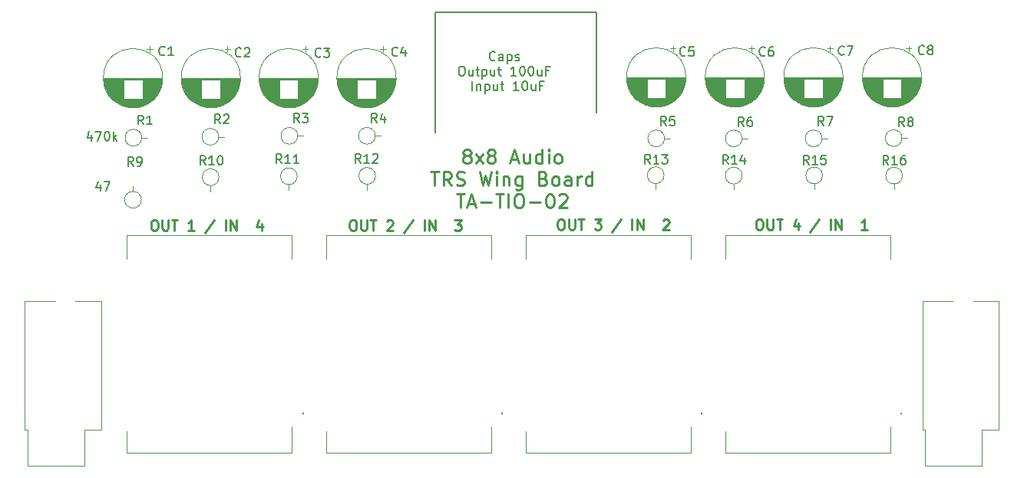
<source format=gbr>
%TF.GenerationSoftware,KiCad,Pcbnew,9.0.0*%
%TF.CreationDate,2025-03-26T11:57:41+11:00*%
%TF.ProjectId,Wing Board 4 TRS Mk IV,57696e67-2042-46f6-9172-642034205452,rev?*%
%TF.SameCoordinates,Original*%
%TF.FileFunction,Legend,Top*%
%TF.FilePolarity,Positive*%
%FSLAX46Y46*%
G04 Gerber Fmt 4.6, Leading zero omitted, Abs format (unit mm)*
G04 Created by KiCad (PCBNEW 9.0.0) date 2025-03-26 11:57:41*
%MOMM*%
%LPD*%
G01*
G04 APERTURE LIST*
G04 Aperture macros list*
%AMHorizOval*
0 Thick line with rounded ends*
0 $1 width*
0 $2 $3 position (X,Y) of the first rounded end (center of the circle)*
0 $4 $5 position (X,Y) of the second rounded end (center of the circle)*
0 Add line between two ends*
20,1,$1,$2,$3,$4,$5,0*
0 Add two circle primitives to create the rounded ends*
1,1,$1,$2,$3*
1,1,$1,$4,$5*%
G04 Aperture macros list end*
%ADD10C,0.228600*%
%ADD11C,0.254000*%
%ADD12C,0.203200*%
%ADD13C,0.150000*%
%ADD14C,0.120000*%
%ADD15C,0.100000*%
%ADD16C,0.200000*%
%ADD17R,1.600000X1.600000*%
%ADD18C,1.600000*%
%ADD19C,2.100000*%
%ADD20C,1.400000*%
%ADD21O,1.400000X1.400000*%
%ADD22HorizOval,2.400000X-0.212132X-0.212132X0.212132X0.212132X0*%
%ADD23R,1.650000X1.650000*%
%ADD24C,1.650000*%
%ADD25C,3.500001*%
G04 APERTURE END LIST*
D10*
X59602914Y-20041230D02*
X59820628Y-20041230D01*
X59820628Y-20041230D02*
X59929485Y-20095659D01*
X59929485Y-20095659D02*
X60038342Y-20204516D01*
X60038342Y-20204516D02*
X60092771Y-20422230D01*
X60092771Y-20422230D02*
X60092771Y-20803230D01*
X60092771Y-20803230D02*
X60038342Y-21020944D01*
X60038342Y-21020944D02*
X59929485Y-21129802D01*
X59929485Y-21129802D02*
X59820628Y-21184230D01*
X59820628Y-21184230D02*
X59602914Y-21184230D01*
X59602914Y-21184230D02*
X59494057Y-21129802D01*
X59494057Y-21129802D02*
X59385199Y-21020944D01*
X59385199Y-21020944D02*
X59330771Y-20803230D01*
X59330771Y-20803230D02*
X59330771Y-20422230D01*
X59330771Y-20422230D02*
X59385199Y-20204516D01*
X59385199Y-20204516D02*
X59494057Y-20095659D01*
X59494057Y-20095659D02*
X59602914Y-20041230D01*
X60582628Y-20041230D02*
X60582628Y-20966516D01*
X60582628Y-20966516D02*
X60637057Y-21075373D01*
X60637057Y-21075373D02*
X60691486Y-21129802D01*
X60691486Y-21129802D02*
X60800343Y-21184230D01*
X60800343Y-21184230D02*
X61018057Y-21184230D01*
X61018057Y-21184230D02*
X61126914Y-21129802D01*
X61126914Y-21129802D02*
X61181343Y-21075373D01*
X61181343Y-21075373D02*
X61235771Y-20966516D01*
X61235771Y-20966516D02*
X61235771Y-20041230D01*
X61616772Y-20041230D02*
X62269915Y-20041230D01*
X61943343Y-21184230D02*
X61943343Y-20041230D01*
X63412914Y-20041230D02*
X64120486Y-20041230D01*
X64120486Y-20041230D02*
X63739486Y-20476659D01*
X63739486Y-20476659D02*
X63902771Y-20476659D01*
X63902771Y-20476659D02*
X64011629Y-20531087D01*
X64011629Y-20531087D02*
X64066057Y-20585516D01*
X64066057Y-20585516D02*
X64120486Y-20694373D01*
X64120486Y-20694373D02*
X64120486Y-20966516D01*
X64120486Y-20966516D02*
X64066057Y-21075373D01*
X64066057Y-21075373D02*
X64011629Y-21129802D01*
X64011629Y-21129802D02*
X63902771Y-21184230D01*
X63902771Y-21184230D02*
X63576200Y-21184230D01*
X63576200Y-21184230D02*
X63467343Y-21129802D01*
X63467343Y-21129802D02*
X63412914Y-21075373D01*
X66297628Y-19986802D02*
X65317914Y-21456373D01*
X67549485Y-21184230D02*
X67549485Y-20041230D01*
X68093771Y-21184230D02*
X68093771Y-20041230D01*
X68093771Y-20041230D02*
X68746914Y-21184230D01*
X68746914Y-21184230D02*
X68746914Y-20041230D01*
X70978486Y-20150087D02*
X71032914Y-20095659D01*
X71032914Y-20095659D02*
X71141772Y-20041230D01*
X71141772Y-20041230D02*
X71413914Y-20041230D01*
X71413914Y-20041230D02*
X71522772Y-20095659D01*
X71522772Y-20095659D02*
X71577200Y-20150087D01*
X71577200Y-20150087D02*
X71631629Y-20258944D01*
X71631629Y-20258944D02*
X71631629Y-20367802D01*
X71631629Y-20367802D02*
X71577200Y-20531087D01*
X71577200Y-20531087D02*
X70924057Y-21184230D01*
X70924057Y-21184230D02*
X71631629Y-21184230D01*
X14746514Y-20117430D02*
X14964228Y-20117430D01*
X14964228Y-20117430D02*
X15073085Y-20171859D01*
X15073085Y-20171859D02*
X15181942Y-20280716D01*
X15181942Y-20280716D02*
X15236371Y-20498430D01*
X15236371Y-20498430D02*
X15236371Y-20879430D01*
X15236371Y-20879430D02*
X15181942Y-21097144D01*
X15181942Y-21097144D02*
X15073085Y-21206002D01*
X15073085Y-21206002D02*
X14964228Y-21260430D01*
X14964228Y-21260430D02*
X14746514Y-21260430D01*
X14746514Y-21260430D02*
X14637657Y-21206002D01*
X14637657Y-21206002D02*
X14528799Y-21097144D01*
X14528799Y-21097144D02*
X14474371Y-20879430D01*
X14474371Y-20879430D02*
X14474371Y-20498430D01*
X14474371Y-20498430D02*
X14528799Y-20280716D01*
X14528799Y-20280716D02*
X14637657Y-20171859D01*
X14637657Y-20171859D02*
X14746514Y-20117430D01*
X15726228Y-20117430D02*
X15726228Y-21042716D01*
X15726228Y-21042716D02*
X15780657Y-21151573D01*
X15780657Y-21151573D02*
X15835086Y-21206002D01*
X15835086Y-21206002D02*
X15943943Y-21260430D01*
X15943943Y-21260430D02*
X16161657Y-21260430D01*
X16161657Y-21260430D02*
X16270514Y-21206002D01*
X16270514Y-21206002D02*
X16324943Y-21151573D01*
X16324943Y-21151573D02*
X16379371Y-21042716D01*
X16379371Y-21042716D02*
X16379371Y-20117430D01*
X16760372Y-20117430D02*
X17413515Y-20117430D01*
X17086943Y-21260430D02*
X17086943Y-20117430D01*
X19264086Y-21260430D02*
X18610943Y-21260430D01*
X18937514Y-21260430D02*
X18937514Y-20117430D01*
X18937514Y-20117430D02*
X18828657Y-20280716D01*
X18828657Y-20280716D02*
X18719800Y-20389573D01*
X18719800Y-20389573D02*
X18610943Y-20444002D01*
X21441228Y-20063002D02*
X20461514Y-21532573D01*
X22693085Y-21260430D02*
X22693085Y-20117430D01*
X23237371Y-21260430D02*
X23237371Y-20117430D01*
X23237371Y-20117430D02*
X23890514Y-21260430D01*
X23890514Y-21260430D02*
X23890514Y-20117430D01*
X26666372Y-20498430D02*
X26666372Y-21260430D01*
X26394229Y-20063002D02*
X26122086Y-20879430D01*
X26122086Y-20879430D02*
X26829657Y-20879430D01*
D11*
X49203428Y-12996116D02*
X49058285Y-12923544D01*
X49058285Y-12923544D02*
X48985714Y-12850973D01*
X48985714Y-12850973D02*
X48913142Y-12705830D01*
X48913142Y-12705830D02*
X48913142Y-12633259D01*
X48913142Y-12633259D02*
X48985714Y-12488116D01*
X48985714Y-12488116D02*
X49058285Y-12415544D01*
X49058285Y-12415544D02*
X49203428Y-12342973D01*
X49203428Y-12342973D02*
X49493714Y-12342973D01*
X49493714Y-12342973D02*
X49638857Y-12415544D01*
X49638857Y-12415544D02*
X49711428Y-12488116D01*
X49711428Y-12488116D02*
X49783999Y-12633259D01*
X49783999Y-12633259D02*
X49783999Y-12705830D01*
X49783999Y-12705830D02*
X49711428Y-12850973D01*
X49711428Y-12850973D02*
X49638857Y-12923544D01*
X49638857Y-12923544D02*
X49493714Y-12996116D01*
X49493714Y-12996116D02*
X49203428Y-12996116D01*
X49203428Y-12996116D02*
X49058285Y-13068687D01*
X49058285Y-13068687D02*
X48985714Y-13141259D01*
X48985714Y-13141259D02*
X48913142Y-13286402D01*
X48913142Y-13286402D02*
X48913142Y-13576687D01*
X48913142Y-13576687D02*
X48985714Y-13721830D01*
X48985714Y-13721830D02*
X49058285Y-13794402D01*
X49058285Y-13794402D02*
X49203428Y-13866973D01*
X49203428Y-13866973D02*
X49493714Y-13866973D01*
X49493714Y-13866973D02*
X49638857Y-13794402D01*
X49638857Y-13794402D02*
X49711428Y-13721830D01*
X49711428Y-13721830D02*
X49783999Y-13576687D01*
X49783999Y-13576687D02*
X49783999Y-13286402D01*
X49783999Y-13286402D02*
X49711428Y-13141259D01*
X49711428Y-13141259D02*
X49638857Y-13068687D01*
X49638857Y-13068687D02*
X49493714Y-12996116D01*
X50292000Y-13866973D02*
X51090286Y-12850973D01*
X50292000Y-12850973D02*
X51090286Y-13866973D01*
X51888571Y-12996116D02*
X51743428Y-12923544D01*
X51743428Y-12923544D02*
X51670857Y-12850973D01*
X51670857Y-12850973D02*
X51598285Y-12705830D01*
X51598285Y-12705830D02*
X51598285Y-12633259D01*
X51598285Y-12633259D02*
X51670857Y-12488116D01*
X51670857Y-12488116D02*
X51743428Y-12415544D01*
X51743428Y-12415544D02*
X51888571Y-12342973D01*
X51888571Y-12342973D02*
X52178857Y-12342973D01*
X52178857Y-12342973D02*
X52324000Y-12415544D01*
X52324000Y-12415544D02*
X52396571Y-12488116D01*
X52396571Y-12488116D02*
X52469142Y-12633259D01*
X52469142Y-12633259D02*
X52469142Y-12705830D01*
X52469142Y-12705830D02*
X52396571Y-12850973D01*
X52396571Y-12850973D02*
X52324000Y-12923544D01*
X52324000Y-12923544D02*
X52178857Y-12996116D01*
X52178857Y-12996116D02*
X51888571Y-12996116D01*
X51888571Y-12996116D02*
X51743428Y-13068687D01*
X51743428Y-13068687D02*
X51670857Y-13141259D01*
X51670857Y-13141259D02*
X51598285Y-13286402D01*
X51598285Y-13286402D02*
X51598285Y-13576687D01*
X51598285Y-13576687D02*
X51670857Y-13721830D01*
X51670857Y-13721830D02*
X51743428Y-13794402D01*
X51743428Y-13794402D02*
X51888571Y-13866973D01*
X51888571Y-13866973D02*
X52178857Y-13866973D01*
X52178857Y-13866973D02*
X52324000Y-13794402D01*
X52324000Y-13794402D02*
X52396571Y-13721830D01*
X52396571Y-13721830D02*
X52469142Y-13576687D01*
X52469142Y-13576687D02*
X52469142Y-13286402D01*
X52469142Y-13286402D02*
X52396571Y-13141259D01*
X52396571Y-13141259D02*
X52324000Y-13068687D01*
X52324000Y-13068687D02*
X52178857Y-12996116D01*
X54210857Y-13431544D02*
X54936572Y-13431544D01*
X54065714Y-13866973D02*
X54573714Y-12342973D01*
X54573714Y-12342973D02*
X55081714Y-13866973D01*
X56242858Y-12850973D02*
X56242858Y-13866973D01*
X55589715Y-12850973D02*
X55589715Y-13649259D01*
X55589715Y-13649259D02*
X55662286Y-13794402D01*
X55662286Y-13794402D02*
X55807429Y-13866973D01*
X55807429Y-13866973D02*
X56025143Y-13866973D01*
X56025143Y-13866973D02*
X56170286Y-13794402D01*
X56170286Y-13794402D02*
X56242858Y-13721830D01*
X57621715Y-13866973D02*
X57621715Y-12342973D01*
X57621715Y-13794402D02*
X57476572Y-13866973D01*
X57476572Y-13866973D02*
X57186286Y-13866973D01*
X57186286Y-13866973D02*
X57041143Y-13794402D01*
X57041143Y-13794402D02*
X56968572Y-13721830D01*
X56968572Y-13721830D02*
X56896000Y-13576687D01*
X56896000Y-13576687D02*
X56896000Y-13141259D01*
X56896000Y-13141259D02*
X56968572Y-12996116D01*
X56968572Y-12996116D02*
X57041143Y-12923544D01*
X57041143Y-12923544D02*
X57186286Y-12850973D01*
X57186286Y-12850973D02*
X57476572Y-12850973D01*
X57476572Y-12850973D02*
X57621715Y-12923544D01*
X58347429Y-13866973D02*
X58347429Y-12850973D01*
X58347429Y-12342973D02*
X58274857Y-12415544D01*
X58274857Y-12415544D02*
X58347429Y-12488116D01*
X58347429Y-12488116D02*
X58420000Y-12415544D01*
X58420000Y-12415544D02*
X58347429Y-12342973D01*
X58347429Y-12342973D02*
X58347429Y-12488116D01*
X59290857Y-13866973D02*
X59145714Y-13794402D01*
X59145714Y-13794402D02*
X59073143Y-13721830D01*
X59073143Y-13721830D02*
X59000571Y-13576687D01*
X59000571Y-13576687D02*
X59000571Y-13141259D01*
X59000571Y-13141259D02*
X59073143Y-12996116D01*
X59073143Y-12996116D02*
X59145714Y-12923544D01*
X59145714Y-12923544D02*
X59290857Y-12850973D01*
X59290857Y-12850973D02*
X59508571Y-12850973D01*
X59508571Y-12850973D02*
X59653714Y-12923544D01*
X59653714Y-12923544D02*
X59726286Y-12996116D01*
X59726286Y-12996116D02*
X59798857Y-13141259D01*
X59798857Y-13141259D02*
X59798857Y-13576687D01*
X59798857Y-13576687D02*
X59726286Y-13721830D01*
X59726286Y-13721830D02*
X59653714Y-13794402D01*
X59653714Y-13794402D02*
X59508571Y-13866973D01*
X59508571Y-13866973D02*
X59290857Y-13866973D01*
X45357142Y-14796528D02*
X46228000Y-14796528D01*
X45792571Y-16320528D02*
X45792571Y-14796528D01*
X47606857Y-16320528D02*
X47098857Y-15594814D01*
X46736000Y-16320528D02*
X46736000Y-14796528D01*
X46736000Y-14796528D02*
X47316571Y-14796528D01*
X47316571Y-14796528D02*
X47461714Y-14869099D01*
X47461714Y-14869099D02*
X47534285Y-14941671D01*
X47534285Y-14941671D02*
X47606857Y-15086814D01*
X47606857Y-15086814D02*
X47606857Y-15304528D01*
X47606857Y-15304528D02*
X47534285Y-15449671D01*
X47534285Y-15449671D02*
X47461714Y-15522242D01*
X47461714Y-15522242D02*
X47316571Y-15594814D01*
X47316571Y-15594814D02*
X46736000Y-15594814D01*
X48187428Y-16247957D02*
X48405143Y-16320528D01*
X48405143Y-16320528D02*
X48768000Y-16320528D01*
X48768000Y-16320528D02*
X48913143Y-16247957D01*
X48913143Y-16247957D02*
X48985714Y-16175385D01*
X48985714Y-16175385D02*
X49058285Y-16030242D01*
X49058285Y-16030242D02*
X49058285Y-15885099D01*
X49058285Y-15885099D02*
X48985714Y-15739957D01*
X48985714Y-15739957D02*
X48913143Y-15667385D01*
X48913143Y-15667385D02*
X48768000Y-15594814D01*
X48768000Y-15594814D02*
X48477714Y-15522242D01*
X48477714Y-15522242D02*
X48332571Y-15449671D01*
X48332571Y-15449671D02*
X48260000Y-15377099D01*
X48260000Y-15377099D02*
X48187428Y-15231957D01*
X48187428Y-15231957D02*
X48187428Y-15086814D01*
X48187428Y-15086814D02*
X48260000Y-14941671D01*
X48260000Y-14941671D02*
X48332571Y-14869099D01*
X48332571Y-14869099D02*
X48477714Y-14796528D01*
X48477714Y-14796528D02*
X48840571Y-14796528D01*
X48840571Y-14796528D02*
X49058285Y-14869099D01*
X50727429Y-14796528D02*
X51090286Y-16320528D01*
X51090286Y-16320528D02*
X51380572Y-15231957D01*
X51380572Y-15231957D02*
X51670857Y-16320528D01*
X51670857Y-16320528D02*
X52033715Y-14796528D01*
X52614286Y-16320528D02*
X52614286Y-15304528D01*
X52614286Y-14796528D02*
X52541714Y-14869099D01*
X52541714Y-14869099D02*
X52614286Y-14941671D01*
X52614286Y-14941671D02*
X52686857Y-14869099D01*
X52686857Y-14869099D02*
X52614286Y-14796528D01*
X52614286Y-14796528D02*
X52614286Y-14941671D01*
X53340000Y-15304528D02*
X53340000Y-16320528D01*
X53340000Y-15449671D02*
X53412571Y-15377099D01*
X53412571Y-15377099D02*
X53557714Y-15304528D01*
X53557714Y-15304528D02*
X53775428Y-15304528D01*
X53775428Y-15304528D02*
X53920571Y-15377099D01*
X53920571Y-15377099D02*
X53993143Y-15522242D01*
X53993143Y-15522242D02*
X53993143Y-16320528D01*
X55372000Y-15304528D02*
X55372000Y-16538242D01*
X55372000Y-16538242D02*
X55299428Y-16683385D01*
X55299428Y-16683385D02*
X55226857Y-16755957D01*
X55226857Y-16755957D02*
X55081714Y-16828528D01*
X55081714Y-16828528D02*
X54864000Y-16828528D01*
X54864000Y-16828528D02*
X54718857Y-16755957D01*
X55372000Y-16247957D02*
X55226857Y-16320528D01*
X55226857Y-16320528D02*
X54936571Y-16320528D01*
X54936571Y-16320528D02*
X54791428Y-16247957D01*
X54791428Y-16247957D02*
X54718857Y-16175385D01*
X54718857Y-16175385D02*
X54646285Y-16030242D01*
X54646285Y-16030242D02*
X54646285Y-15594814D01*
X54646285Y-15594814D02*
X54718857Y-15449671D01*
X54718857Y-15449671D02*
X54791428Y-15377099D01*
X54791428Y-15377099D02*
X54936571Y-15304528D01*
X54936571Y-15304528D02*
X55226857Y-15304528D01*
X55226857Y-15304528D02*
X55372000Y-15377099D01*
X57766857Y-15522242D02*
X57984571Y-15594814D01*
X57984571Y-15594814D02*
X58057142Y-15667385D01*
X58057142Y-15667385D02*
X58129714Y-15812528D01*
X58129714Y-15812528D02*
X58129714Y-16030242D01*
X58129714Y-16030242D02*
X58057142Y-16175385D01*
X58057142Y-16175385D02*
X57984571Y-16247957D01*
X57984571Y-16247957D02*
X57839428Y-16320528D01*
X57839428Y-16320528D02*
X57258857Y-16320528D01*
X57258857Y-16320528D02*
X57258857Y-14796528D01*
X57258857Y-14796528D02*
X57766857Y-14796528D01*
X57766857Y-14796528D02*
X57912000Y-14869099D01*
X57912000Y-14869099D02*
X57984571Y-14941671D01*
X57984571Y-14941671D02*
X58057142Y-15086814D01*
X58057142Y-15086814D02*
X58057142Y-15231957D01*
X58057142Y-15231957D02*
X57984571Y-15377099D01*
X57984571Y-15377099D02*
X57912000Y-15449671D01*
X57912000Y-15449671D02*
X57766857Y-15522242D01*
X57766857Y-15522242D02*
X57258857Y-15522242D01*
X59000571Y-16320528D02*
X58855428Y-16247957D01*
X58855428Y-16247957D02*
X58782857Y-16175385D01*
X58782857Y-16175385D02*
X58710285Y-16030242D01*
X58710285Y-16030242D02*
X58710285Y-15594814D01*
X58710285Y-15594814D02*
X58782857Y-15449671D01*
X58782857Y-15449671D02*
X58855428Y-15377099D01*
X58855428Y-15377099D02*
X59000571Y-15304528D01*
X59000571Y-15304528D02*
X59218285Y-15304528D01*
X59218285Y-15304528D02*
X59363428Y-15377099D01*
X59363428Y-15377099D02*
X59436000Y-15449671D01*
X59436000Y-15449671D02*
X59508571Y-15594814D01*
X59508571Y-15594814D02*
X59508571Y-16030242D01*
X59508571Y-16030242D02*
X59436000Y-16175385D01*
X59436000Y-16175385D02*
X59363428Y-16247957D01*
X59363428Y-16247957D02*
X59218285Y-16320528D01*
X59218285Y-16320528D02*
X59000571Y-16320528D01*
X60814857Y-16320528D02*
X60814857Y-15522242D01*
X60814857Y-15522242D02*
X60742285Y-15377099D01*
X60742285Y-15377099D02*
X60597142Y-15304528D01*
X60597142Y-15304528D02*
X60306857Y-15304528D01*
X60306857Y-15304528D02*
X60161714Y-15377099D01*
X60814857Y-16247957D02*
X60669714Y-16320528D01*
X60669714Y-16320528D02*
X60306857Y-16320528D01*
X60306857Y-16320528D02*
X60161714Y-16247957D01*
X60161714Y-16247957D02*
X60089142Y-16102814D01*
X60089142Y-16102814D02*
X60089142Y-15957671D01*
X60089142Y-15957671D02*
X60161714Y-15812528D01*
X60161714Y-15812528D02*
X60306857Y-15739957D01*
X60306857Y-15739957D02*
X60669714Y-15739957D01*
X60669714Y-15739957D02*
X60814857Y-15667385D01*
X61540571Y-16320528D02*
X61540571Y-15304528D01*
X61540571Y-15594814D02*
X61613142Y-15449671D01*
X61613142Y-15449671D02*
X61685714Y-15377099D01*
X61685714Y-15377099D02*
X61830856Y-15304528D01*
X61830856Y-15304528D02*
X61975999Y-15304528D01*
X63137143Y-16320528D02*
X63137143Y-14796528D01*
X63137143Y-16247957D02*
X62992000Y-16320528D01*
X62992000Y-16320528D02*
X62701714Y-16320528D01*
X62701714Y-16320528D02*
X62556571Y-16247957D01*
X62556571Y-16247957D02*
X62484000Y-16175385D01*
X62484000Y-16175385D02*
X62411428Y-16030242D01*
X62411428Y-16030242D02*
X62411428Y-15594814D01*
X62411428Y-15594814D02*
X62484000Y-15449671D01*
X62484000Y-15449671D02*
X62556571Y-15377099D01*
X62556571Y-15377099D02*
X62701714Y-15304528D01*
X62701714Y-15304528D02*
X62992000Y-15304528D01*
X62992000Y-15304528D02*
X63137143Y-15377099D01*
X48187428Y-17250083D02*
X49058286Y-17250083D01*
X48622857Y-18774083D02*
X48622857Y-17250083D01*
X49493714Y-18338654D02*
X50219429Y-18338654D01*
X49348571Y-18774083D02*
X49856571Y-17250083D01*
X49856571Y-17250083D02*
X50364571Y-18774083D01*
X50872572Y-18193512D02*
X52033715Y-18193512D01*
X52541714Y-17250083D02*
X53412572Y-17250083D01*
X52977143Y-18774083D02*
X52977143Y-17250083D01*
X53920572Y-18774083D02*
X53920572Y-17250083D01*
X54936571Y-17250083D02*
X55226857Y-17250083D01*
X55226857Y-17250083D02*
X55372000Y-17322654D01*
X55372000Y-17322654D02*
X55517143Y-17467797D01*
X55517143Y-17467797D02*
X55589714Y-17758083D01*
X55589714Y-17758083D02*
X55589714Y-18266083D01*
X55589714Y-18266083D02*
X55517143Y-18556369D01*
X55517143Y-18556369D02*
X55372000Y-18701512D01*
X55372000Y-18701512D02*
X55226857Y-18774083D01*
X55226857Y-18774083D02*
X54936571Y-18774083D01*
X54936571Y-18774083D02*
X54791429Y-18701512D01*
X54791429Y-18701512D02*
X54646286Y-18556369D01*
X54646286Y-18556369D02*
X54573714Y-18266083D01*
X54573714Y-18266083D02*
X54573714Y-17758083D01*
X54573714Y-17758083D02*
X54646286Y-17467797D01*
X54646286Y-17467797D02*
X54791429Y-17322654D01*
X54791429Y-17322654D02*
X54936571Y-17250083D01*
X56242857Y-18193512D02*
X57404000Y-18193512D01*
X58419999Y-17250083D02*
X58565142Y-17250083D01*
X58565142Y-17250083D02*
X58710285Y-17322654D01*
X58710285Y-17322654D02*
X58782857Y-17395226D01*
X58782857Y-17395226D02*
X58855428Y-17540369D01*
X58855428Y-17540369D02*
X58927999Y-17830654D01*
X58927999Y-17830654D02*
X58927999Y-18193512D01*
X58927999Y-18193512D02*
X58855428Y-18483797D01*
X58855428Y-18483797D02*
X58782857Y-18628940D01*
X58782857Y-18628940D02*
X58710285Y-18701512D01*
X58710285Y-18701512D02*
X58565142Y-18774083D01*
X58565142Y-18774083D02*
X58419999Y-18774083D01*
X58419999Y-18774083D02*
X58274857Y-18701512D01*
X58274857Y-18701512D02*
X58202285Y-18628940D01*
X58202285Y-18628940D02*
X58129714Y-18483797D01*
X58129714Y-18483797D02*
X58057142Y-18193512D01*
X58057142Y-18193512D02*
X58057142Y-17830654D01*
X58057142Y-17830654D02*
X58129714Y-17540369D01*
X58129714Y-17540369D02*
X58202285Y-17395226D01*
X58202285Y-17395226D02*
X58274857Y-17322654D01*
X58274857Y-17322654D02*
X58419999Y-17250083D01*
X59508571Y-17395226D02*
X59581143Y-17322654D01*
X59581143Y-17322654D02*
X59726286Y-17250083D01*
X59726286Y-17250083D02*
X60089143Y-17250083D01*
X60089143Y-17250083D02*
X60234286Y-17322654D01*
X60234286Y-17322654D02*
X60306857Y-17395226D01*
X60306857Y-17395226D02*
X60379428Y-17540369D01*
X60379428Y-17540369D02*
X60379428Y-17685512D01*
X60379428Y-17685512D02*
X60306857Y-17903226D01*
X60306857Y-17903226D02*
X59436000Y-18774083D01*
X59436000Y-18774083D02*
X60379428Y-18774083D01*
D10*
X81472314Y-20041230D02*
X81690028Y-20041230D01*
X81690028Y-20041230D02*
X81798885Y-20095659D01*
X81798885Y-20095659D02*
X81907742Y-20204516D01*
X81907742Y-20204516D02*
X81962171Y-20422230D01*
X81962171Y-20422230D02*
X81962171Y-20803230D01*
X81962171Y-20803230D02*
X81907742Y-21020944D01*
X81907742Y-21020944D02*
X81798885Y-21129802D01*
X81798885Y-21129802D02*
X81690028Y-21184230D01*
X81690028Y-21184230D02*
X81472314Y-21184230D01*
X81472314Y-21184230D02*
X81363457Y-21129802D01*
X81363457Y-21129802D02*
X81254599Y-21020944D01*
X81254599Y-21020944D02*
X81200171Y-20803230D01*
X81200171Y-20803230D02*
X81200171Y-20422230D01*
X81200171Y-20422230D02*
X81254599Y-20204516D01*
X81254599Y-20204516D02*
X81363457Y-20095659D01*
X81363457Y-20095659D02*
X81472314Y-20041230D01*
X82452028Y-20041230D02*
X82452028Y-20966516D01*
X82452028Y-20966516D02*
X82506457Y-21075373D01*
X82506457Y-21075373D02*
X82560886Y-21129802D01*
X82560886Y-21129802D02*
X82669743Y-21184230D01*
X82669743Y-21184230D02*
X82887457Y-21184230D01*
X82887457Y-21184230D02*
X82996314Y-21129802D01*
X82996314Y-21129802D02*
X83050743Y-21075373D01*
X83050743Y-21075373D02*
X83105171Y-20966516D01*
X83105171Y-20966516D02*
X83105171Y-20041230D01*
X83486172Y-20041230D02*
X84139315Y-20041230D01*
X83812743Y-21184230D02*
X83812743Y-20041230D01*
X85881029Y-20422230D02*
X85881029Y-21184230D01*
X85608886Y-19986802D02*
X85336743Y-20803230D01*
X85336743Y-20803230D02*
X86044314Y-20803230D01*
X88167028Y-19986802D02*
X87187314Y-21456373D01*
X89418885Y-21184230D02*
X89418885Y-20041230D01*
X89963171Y-21184230D02*
X89963171Y-20041230D01*
X89963171Y-20041230D02*
X90616314Y-21184230D01*
X90616314Y-21184230D02*
X90616314Y-20041230D01*
X93501029Y-21184230D02*
X92847886Y-21184230D01*
X93174457Y-21184230D02*
X93174457Y-20041230D01*
X93174457Y-20041230D02*
X93065600Y-20204516D01*
X93065600Y-20204516D02*
X92956743Y-20313373D01*
X92956743Y-20313373D02*
X92847886Y-20367802D01*
X36666714Y-20142830D02*
X36884428Y-20142830D01*
X36884428Y-20142830D02*
X36993285Y-20197259D01*
X36993285Y-20197259D02*
X37102142Y-20306116D01*
X37102142Y-20306116D02*
X37156571Y-20523830D01*
X37156571Y-20523830D02*
X37156571Y-20904830D01*
X37156571Y-20904830D02*
X37102142Y-21122544D01*
X37102142Y-21122544D02*
X36993285Y-21231402D01*
X36993285Y-21231402D02*
X36884428Y-21285830D01*
X36884428Y-21285830D02*
X36666714Y-21285830D01*
X36666714Y-21285830D02*
X36557857Y-21231402D01*
X36557857Y-21231402D02*
X36448999Y-21122544D01*
X36448999Y-21122544D02*
X36394571Y-20904830D01*
X36394571Y-20904830D02*
X36394571Y-20523830D01*
X36394571Y-20523830D02*
X36448999Y-20306116D01*
X36448999Y-20306116D02*
X36557857Y-20197259D01*
X36557857Y-20197259D02*
X36666714Y-20142830D01*
X37646428Y-20142830D02*
X37646428Y-21068116D01*
X37646428Y-21068116D02*
X37700857Y-21176973D01*
X37700857Y-21176973D02*
X37755286Y-21231402D01*
X37755286Y-21231402D02*
X37864143Y-21285830D01*
X37864143Y-21285830D02*
X38081857Y-21285830D01*
X38081857Y-21285830D02*
X38190714Y-21231402D01*
X38190714Y-21231402D02*
X38245143Y-21176973D01*
X38245143Y-21176973D02*
X38299571Y-21068116D01*
X38299571Y-21068116D02*
X38299571Y-20142830D01*
X38680572Y-20142830D02*
X39333715Y-20142830D01*
X39007143Y-21285830D02*
X39007143Y-20142830D01*
X40531143Y-20251687D02*
X40585571Y-20197259D01*
X40585571Y-20197259D02*
X40694429Y-20142830D01*
X40694429Y-20142830D02*
X40966571Y-20142830D01*
X40966571Y-20142830D02*
X41075429Y-20197259D01*
X41075429Y-20197259D02*
X41129857Y-20251687D01*
X41129857Y-20251687D02*
X41184286Y-20360544D01*
X41184286Y-20360544D02*
X41184286Y-20469402D01*
X41184286Y-20469402D02*
X41129857Y-20632687D01*
X41129857Y-20632687D02*
X40476714Y-21285830D01*
X40476714Y-21285830D02*
X41184286Y-21285830D01*
X43361428Y-20088402D02*
X42381714Y-21557973D01*
X44613285Y-21285830D02*
X44613285Y-20142830D01*
X45157571Y-21285830D02*
X45157571Y-20142830D01*
X45157571Y-20142830D02*
X45810714Y-21285830D01*
X45810714Y-21285830D02*
X45810714Y-20142830D01*
X47987857Y-20142830D02*
X48695429Y-20142830D01*
X48695429Y-20142830D02*
X48314429Y-20578259D01*
X48314429Y-20578259D02*
X48477714Y-20578259D01*
X48477714Y-20578259D02*
X48586572Y-20632687D01*
X48586572Y-20632687D02*
X48641000Y-20687116D01*
X48641000Y-20687116D02*
X48695429Y-20795973D01*
X48695429Y-20795973D02*
X48695429Y-21068116D01*
X48695429Y-21068116D02*
X48641000Y-21176973D01*
X48641000Y-21176973D02*
X48586572Y-21231402D01*
X48586572Y-21231402D02*
X48477714Y-21285830D01*
X48477714Y-21285830D02*
X48151143Y-21285830D01*
X48151143Y-21285830D02*
X48042286Y-21231402D01*
X48042286Y-21231402D02*
X47987857Y-21176973D01*
D12*
X52444953Y-2415126D02*
X52396572Y-2463507D01*
X52396572Y-2463507D02*
X52251429Y-2511887D01*
X52251429Y-2511887D02*
X52154667Y-2511887D01*
X52154667Y-2511887D02*
X52009524Y-2463507D01*
X52009524Y-2463507D02*
X51912762Y-2366745D01*
X51912762Y-2366745D02*
X51864381Y-2269983D01*
X51864381Y-2269983D02*
X51816000Y-2076459D01*
X51816000Y-2076459D02*
X51816000Y-1931316D01*
X51816000Y-1931316D02*
X51864381Y-1737792D01*
X51864381Y-1737792D02*
X51912762Y-1641030D01*
X51912762Y-1641030D02*
X52009524Y-1544268D01*
X52009524Y-1544268D02*
X52154667Y-1495887D01*
X52154667Y-1495887D02*
X52251429Y-1495887D01*
X52251429Y-1495887D02*
X52396572Y-1544268D01*
X52396572Y-1544268D02*
X52444953Y-1592649D01*
X53315810Y-2511887D02*
X53315810Y-1979697D01*
X53315810Y-1979697D02*
X53267429Y-1882935D01*
X53267429Y-1882935D02*
X53170667Y-1834554D01*
X53170667Y-1834554D02*
X52977143Y-1834554D01*
X52977143Y-1834554D02*
X52880381Y-1882935D01*
X53315810Y-2463507D02*
X53219048Y-2511887D01*
X53219048Y-2511887D02*
X52977143Y-2511887D01*
X52977143Y-2511887D02*
X52880381Y-2463507D01*
X52880381Y-2463507D02*
X52832000Y-2366745D01*
X52832000Y-2366745D02*
X52832000Y-2269983D01*
X52832000Y-2269983D02*
X52880381Y-2173221D01*
X52880381Y-2173221D02*
X52977143Y-2124840D01*
X52977143Y-2124840D02*
X53219048Y-2124840D01*
X53219048Y-2124840D02*
X53315810Y-2076459D01*
X53799619Y-1834554D02*
X53799619Y-2850554D01*
X53799619Y-1882935D02*
X53896381Y-1834554D01*
X53896381Y-1834554D02*
X54089905Y-1834554D01*
X54089905Y-1834554D02*
X54186667Y-1882935D01*
X54186667Y-1882935D02*
X54235048Y-1931316D01*
X54235048Y-1931316D02*
X54283429Y-2028078D01*
X54283429Y-2028078D02*
X54283429Y-2318364D01*
X54283429Y-2318364D02*
X54235048Y-2415126D01*
X54235048Y-2415126D02*
X54186667Y-2463507D01*
X54186667Y-2463507D02*
X54089905Y-2511887D01*
X54089905Y-2511887D02*
X53896381Y-2511887D01*
X53896381Y-2511887D02*
X53799619Y-2463507D01*
X54670476Y-2463507D02*
X54767238Y-2511887D01*
X54767238Y-2511887D02*
X54960762Y-2511887D01*
X54960762Y-2511887D02*
X55057524Y-2463507D01*
X55057524Y-2463507D02*
X55105905Y-2366745D01*
X55105905Y-2366745D02*
X55105905Y-2318364D01*
X55105905Y-2318364D02*
X55057524Y-2221602D01*
X55057524Y-2221602D02*
X54960762Y-2173221D01*
X54960762Y-2173221D02*
X54815619Y-2173221D01*
X54815619Y-2173221D02*
X54718857Y-2124840D01*
X54718857Y-2124840D02*
X54670476Y-2028078D01*
X54670476Y-2028078D02*
X54670476Y-1979697D01*
X54670476Y-1979697D02*
X54718857Y-1882935D01*
X54718857Y-1882935D02*
X54815619Y-1834554D01*
X54815619Y-1834554D02*
X54960762Y-1834554D01*
X54960762Y-1834554D02*
X55057524Y-1882935D01*
X48671239Y-3131590D02*
X48864763Y-3131590D01*
X48864763Y-3131590D02*
X48961525Y-3179971D01*
X48961525Y-3179971D02*
X49058287Y-3276733D01*
X49058287Y-3276733D02*
X49106668Y-3470257D01*
X49106668Y-3470257D02*
X49106668Y-3808924D01*
X49106668Y-3808924D02*
X49058287Y-4002448D01*
X49058287Y-4002448D02*
X48961525Y-4099210D01*
X48961525Y-4099210D02*
X48864763Y-4147590D01*
X48864763Y-4147590D02*
X48671239Y-4147590D01*
X48671239Y-4147590D02*
X48574477Y-4099210D01*
X48574477Y-4099210D02*
X48477715Y-4002448D01*
X48477715Y-4002448D02*
X48429334Y-3808924D01*
X48429334Y-3808924D02*
X48429334Y-3470257D01*
X48429334Y-3470257D02*
X48477715Y-3276733D01*
X48477715Y-3276733D02*
X48574477Y-3179971D01*
X48574477Y-3179971D02*
X48671239Y-3131590D01*
X49977525Y-3470257D02*
X49977525Y-4147590D01*
X49542096Y-3470257D02*
X49542096Y-4002448D01*
X49542096Y-4002448D02*
X49590477Y-4099210D01*
X49590477Y-4099210D02*
X49687239Y-4147590D01*
X49687239Y-4147590D02*
X49832382Y-4147590D01*
X49832382Y-4147590D02*
X49929144Y-4099210D01*
X49929144Y-4099210D02*
X49977525Y-4050829D01*
X50316191Y-3470257D02*
X50703239Y-3470257D01*
X50461334Y-3131590D02*
X50461334Y-4002448D01*
X50461334Y-4002448D02*
X50509715Y-4099210D01*
X50509715Y-4099210D02*
X50606477Y-4147590D01*
X50606477Y-4147590D02*
X50703239Y-4147590D01*
X51041905Y-3470257D02*
X51041905Y-4486257D01*
X51041905Y-3518638D02*
X51138667Y-3470257D01*
X51138667Y-3470257D02*
X51332191Y-3470257D01*
X51332191Y-3470257D02*
X51428953Y-3518638D01*
X51428953Y-3518638D02*
X51477334Y-3567019D01*
X51477334Y-3567019D02*
X51525715Y-3663781D01*
X51525715Y-3663781D02*
X51525715Y-3954067D01*
X51525715Y-3954067D02*
X51477334Y-4050829D01*
X51477334Y-4050829D02*
X51428953Y-4099210D01*
X51428953Y-4099210D02*
X51332191Y-4147590D01*
X51332191Y-4147590D02*
X51138667Y-4147590D01*
X51138667Y-4147590D02*
X51041905Y-4099210D01*
X52396572Y-3470257D02*
X52396572Y-4147590D01*
X51961143Y-3470257D02*
X51961143Y-4002448D01*
X51961143Y-4002448D02*
X52009524Y-4099210D01*
X52009524Y-4099210D02*
X52106286Y-4147590D01*
X52106286Y-4147590D02*
X52251429Y-4147590D01*
X52251429Y-4147590D02*
X52348191Y-4099210D01*
X52348191Y-4099210D02*
X52396572Y-4050829D01*
X52735238Y-3470257D02*
X53122286Y-3470257D01*
X52880381Y-3131590D02*
X52880381Y-4002448D01*
X52880381Y-4002448D02*
X52928762Y-4099210D01*
X52928762Y-4099210D02*
X53025524Y-4147590D01*
X53025524Y-4147590D02*
X53122286Y-4147590D01*
X54767238Y-4147590D02*
X54186666Y-4147590D01*
X54476952Y-4147590D02*
X54476952Y-3131590D01*
X54476952Y-3131590D02*
X54380190Y-3276733D01*
X54380190Y-3276733D02*
X54283428Y-3373495D01*
X54283428Y-3373495D02*
X54186666Y-3421876D01*
X55396190Y-3131590D02*
X55492952Y-3131590D01*
X55492952Y-3131590D02*
X55589714Y-3179971D01*
X55589714Y-3179971D02*
X55638095Y-3228352D01*
X55638095Y-3228352D02*
X55686476Y-3325114D01*
X55686476Y-3325114D02*
X55734857Y-3518638D01*
X55734857Y-3518638D02*
X55734857Y-3760543D01*
X55734857Y-3760543D02*
X55686476Y-3954067D01*
X55686476Y-3954067D02*
X55638095Y-4050829D01*
X55638095Y-4050829D02*
X55589714Y-4099210D01*
X55589714Y-4099210D02*
X55492952Y-4147590D01*
X55492952Y-4147590D02*
X55396190Y-4147590D01*
X55396190Y-4147590D02*
X55299428Y-4099210D01*
X55299428Y-4099210D02*
X55251047Y-4050829D01*
X55251047Y-4050829D02*
X55202666Y-3954067D01*
X55202666Y-3954067D02*
X55154285Y-3760543D01*
X55154285Y-3760543D02*
X55154285Y-3518638D01*
X55154285Y-3518638D02*
X55202666Y-3325114D01*
X55202666Y-3325114D02*
X55251047Y-3228352D01*
X55251047Y-3228352D02*
X55299428Y-3179971D01*
X55299428Y-3179971D02*
X55396190Y-3131590D01*
X56363809Y-3131590D02*
X56460571Y-3131590D01*
X56460571Y-3131590D02*
X56557333Y-3179971D01*
X56557333Y-3179971D02*
X56605714Y-3228352D01*
X56605714Y-3228352D02*
X56654095Y-3325114D01*
X56654095Y-3325114D02*
X56702476Y-3518638D01*
X56702476Y-3518638D02*
X56702476Y-3760543D01*
X56702476Y-3760543D02*
X56654095Y-3954067D01*
X56654095Y-3954067D02*
X56605714Y-4050829D01*
X56605714Y-4050829D02*
X56557333Y-4099210D01*
X56557333Y-4099210D02*
X56460571Y-4147590D01*
X56460571Y-4147590D02*
X56363809Y-4147590D01*
X56363809Y-4147590D02*
X56267047Y-4099210D01*
X56267047Y-4099210D02*
X56218666Y-4050829D01*
X56218666Y-4050829D02*
X56170285Y-3954067D01*
X56170285Y-3954067D02*
X56121904Y-3760543D01*
X56121904Y-3760543D02*
X56121904Y-3518638D01*
X56121904Y-3518638D02*
X56170285Y-3325114D01*
X56170285Y-3325114D02*
X56218666Y-3228352D01*
X56218666Y-3228352D02*
X56267047Y-3179971D01*
X56267047Y-3179971D02*
X56363809Y-3131590D01*
X57573333Y-3470257D02*
X57573333Y-4147590D01*
X57137904Y-3470257D02*
X57137904Y-4002448D01*
X57137904Y-4002448D02*
X57186285Y-4099210D01*
X57186285Y-4099210D02*
X57283047Y-4147590D01*
X57283047Y-4147590D02*
X57428190Y-4147590D01*
X57428190Y-4147590D02*
X57524952Y-4099210D01*
X57524952Y-4099210D02*
X57573333Y-4050829D01*
X58395809Y-3615400D02*
X58057142Y-3615400D01*
X58057142Y-4147590D02*
X58057142Y-3131590D01*
X58057142Y-3131590D02*
X58540952Y-3131590D01*
X49929143Y-5783293D02*
X49929143Y-4767293D01*
X50412953Y-5105960D02*
X50412953Y-5783293D01*
X50412953Y-5202722D02*
X50461334Y-5154341D01*
X50461334Y-5154341D02*
X50558096Y-5105960D01*
X50558096Y-5105960D02*
X50703239Y-5105960D01*
X50703239Y-5105960D02*
X50800001Y-5154341D01*
X50800001Y-5154341D02*
X50848382Y-5251103D01*
X50848382Y-5251103D02*
X50848382Y-5783293D01*
X51332191Y-5105960D02*
X51332191Y-6121960D01*
X51332191Y-5154341D02*
X51428953Y-5105960D01*
X51428953Y-5105960D02*
X51622477Y-5105960D01*
X51622477Y-5105960D02*
X51719239Y-5154341D01*
X51719239Y-5154341D02*
X51767620Y-5202722D01*
X51767620Y-5202722D02*
X51816001Y-5299484D01*
X51816001Y-5299484D02*
X51816001Y-5589770D01*
X51816001Y-5589770D02*
X51767620Y-5686532D01*
X51767620Y-5686532D02*
X51719239Y-5734913D01*
X51719239Y-5734913D02*
X51622477Y-5783293D01*
X51622477Y-5783293D02*
X51428953Y-5783293D01*
X51428953Y-5783293D02*
X51332191Y-5734913D01*
X52686858Y-5105960D02*
X52686858Y-5783293D01*
X52251429Y-5105960D02*
X52251429Y-5638151D01*
X52251429Y-5638151D02*
X52299810Y-5734913D01*
X52299810Y-5734913D02*
X52396572Y-5783293D01*
X52396572Y-5783293D02*
X52541715Y-5783293D01*
X52541715Y-5783293D02*
X52638477Y-5734913D01*
X52638477Y-5734913D02*
X52686858Y-5686532D01*
X53025524Y-5105960D02*
X53412572Y-5105960D01*
X53170667Y-4767293D02*
X53170667Y-5638151D01*
X53170667Y-5638151D02*
X53219048Y-5734913D01*
X53219048Y-5734913D02*
X53315810Y-5783293D01*
X53315810Y-5783293D02*
X53412572Y-5783293D01*
X55057524Y-5783293D02*
X54476952Y-5783293D01*
X54767238Y-5783293D02*
X54767238Y-4767293D01*
X54767238Y-4767293D02*
X54670476Y-4912436D01*
X54670476Y-4912436D02*
X54573714Y-5009198D01*
X54573714Y-5009198D02*
X54476952Y-5057579D01*
X55686476Y-4767293D02*
X55783238Y-4767293D01*
X55783238Y-4767293D02*
X55880000Y-4815674D01*
X55880000Y-4815674D02*
X55928381Y-4864055D01*
X55928381Y-4864055D02*
X55976762Y-4960817D01*
X55976762Y-4960817D02*
X56025143Y-5154341D01*
X56025143Y-5154341D02*
X56025143Y-5396246D01*
X56025143Y-5396246D02*
X55976762Y-5589770D01*
X55976762Y-5589770D02*
X55928381Y-5686532D01*
X55928381Y-5686532D02*
X55880000Y-5734913D01*
X55880000Y-5734913D02*
X55783238Y-5783293D01*
X55783238Y-5783293D02*
X55686476Y-5783293D01*
X55686476Y-5783293D02*
X55589714Y-5734913D01*
X55589714Y-5734913D02*
X55541333Y-5686532D01*
X55541333Y-5686532D02*
X55492952Y-5589770D01*
X55492952Y-5589770D02*
X55444571Y-5396246D01*
X55444571Y-5396246D02*
X55444571Y-5154341D01*
X55444571Y-5154341D02*
X55492952Y-4960817D01*
X55492952Y-4960817D02*
X55541333Y-4864055D01*
X55541333Y-4864055D02*
X55589714Y-4815674D01*
X55589714Y-4815674D02*
X55686476Y-4767293D01*
X56896000Y-5105960D02*
X56896000Y-5783293D01*
X56460571Y-5105960D02*
X56460571Y-5638151D01*
X56460571Y-5638151D02*
X56508952Y-5734913D01*
X56508952Y-5734913D02*
X56605714Y-5783293D01*
X56605714Y-5783293D02*
X56750857Y-5783293D01*
X56750857Y-5783293D02*
X56847619Y-5734913D01*
X56847619Y-5734913D02*
X56896000Y-5686532D01*
X57718476Y-5251103D02*
X57379809Y-5251103D01*
X57379809Y-5783293D02*
X57379809Y-4767293D01*
X57379809Y-4767293D02*
X57863619Y-4767293D01*
D13*
X82210133Y-1897559D02*
X82162514Y-1945179D01*
X82162514Y-1945179D02*
X82019657Y-1992798D01*
X82019657Y-1992798D02*
X81924419Y-1992798D01*
X81924419Y-1992798D02*
X81781562Y-1945179D01*
X81781562Y-1945179D02*
X81686324Y-1849940D01*
X81686324Y-1849940D02*
X81638705Y-1754702D01*
X81638705Y-1754702D02*
X81591086Y-1564226D01*
X81591086Y-1564226D02*
X81591086Y-1421369D01*
X81591086Y-1421369D02*
X81638705Y-1230893D01*
X81638705Y-1230893D02*
X81686324Y-1135655D01*
X81686324Y-1135655D02*
X81781562Y-1040417D01*
X81781562Y-1040417D02*
X81924419Y-992798D01*
X81924419Y-992798D02*
X82019657Y-992798D01*
X82019657Y-992798D02*
X82162514Y-1040417D01*
X82162514Y-1040417D02*
X82210133Y-1088036D01*
X83067276Y-992798D02*
X82876800Y-992798D01*
X82876800Y-992798D02*
X82781562Y-1040417D01*
X82781562Y-1040417D02*
X82733943Y-1088036D01*
X82733943Y-1088036D02*
X82638705Y-1230893D01*
X82638705Y-1230893D02*
X82591086Y-1421369D01*
X82591086Y-1421369D02*
X82591086Y-1802321D01*
X82591086Y-1802321D02*
X82638705Y-1897559D01*
X82638705Y-1897559D02*
X82686324Y-1945179D01*
X82686324Y-1945179D02*
X82781562Y-1992798D01*
X82781562Y-1992798D02*
X82972038Y-1992798D01*
X82972038Y-1992798D02*
X83067276Y-1945179D01*
X83067276Y-1945179D02*
X83114895Y-1897559D01*
X83114895Y-1897559D02*
X83162514Y-1802321D01*
X83162514Y-1802321D02*
X83162514Y-1564226D01*
X83162514Y-1564226D02*
X83114895Y-1468988D01*
X83114895Y-1468988D02*
X83067276Y-1421369D01*
X83067276Y-1421369D02*
X82972038Y-1373750D01*
X82972038Y-1373750D02*
X82781562Y-1373750D01*
X82781562Y-1373750D02*
X82686324Y-1421369D01*
X82686324Y-1421369D02*
X82638705Y-1468988D01*
X82638705Y-1468988D02*
X82591086Y-1564226D01*
X79868733Y-9751219D02*
X79535400Y-9275028D01*
X79297305Y-9751219D02*
X79297305Y-8751219D01*
X79297305Y-8751219D02*
X79678257Y-8751219D01*
X79678257Y-8751219D02*
X79773495Y-8798838D01*
X79773495Y-8798838D02*
X79821114Y-8846457D01*
X79821114Y-8846457D02*
X79868733Y-8941695D01*
X79868733Y-8941695D02*
X79868733Y-9084552D01*
X79868733Y-9084552D02*
X79821114Y-9179790D01*
X79821114Y-9179790D02*
X79773495Y-9227409D01*
X79773495Y-9227409D02*
X79678257Y-9275028D01*
X79678257Y-9275028D02*
X79297305Y-9275028D01*
X80725876Y-8751219D02*
X80535400Y-8751219D01*
X80535400Y-8751219D02*
X80440162Y-8798838D01*
X80440162Y-8798838D02*
X80392543Y-8846457D01*
X80392543Y-8846457D02*
X80297305Y-8989314D01*
X80297305Y-8989314D02*
X80249686Y-9179790D01*
X80249686Y-9179790D02*
X80249686Y-9560742D01*
X80249686Y-9560742D02*
X80297305Y-9655980D01*
X80297305Y-9655980D02*
X80344924Y-9703600D01*
X80344924Y-9703600D02*
X80440162Y-9751219D01*
X80440162Y-9751219D02*
X80630638Y-9751219D01*
X80630638Y-9751219D02*
X80725876Y-9703600D01*
X80725876Y-9703600D02*
X80773495Y-9655980D01*
X80773495Y-9655980D02*
X80821114Y-9560742D01*
X80821114Y-9560742D02*
X80821114Y-9322647D01*
X80821114Y-9322647D02*
X80773495Y-9227409D01*
X80773495Y-9227409D02*
X80725876Y-9179790D01*
X80725876Y-9179790D02*
X80630638Y-9132171D01*
X80630638Y-9132171D02*
X80440162Y-9132171D01*
X80440162Y-9132171D02*
X80344924Y-9179790D01*
X80344924Y-9179790D02*
X80297305Y-9227409D01*
X80297305Y-9227409D02*
X80249686Y-9322647D01*
X37609542Y-13815219D02*
X37276209Y-13339028D01*
X37038114Y-13815219D02*
X37038114Y-12815219D01*
X37038114Y-12815219D02*
X37419066Y-12815219D01*
X37419066Y-12815219D02*
X37514304Y-12862838D01*
X37514304Y-12862838D02*
X37561923Y-12910457D01*
X37561923Y-12910457D02*
X37609542Y-13005695D01*
X37609542Y-13005695D02*
X37609542Y-13148552D01*
X37609542Y-13148552D02*
X37561923Y-13243790D01*
X37561923Y-13243790D02*
X37514304Y-13291409D01*
X37514304Y-13291409D02*
X37419066Y-13339028D01*
X37419066Y-13339028D02*
X37038114Y-13339028D01*
X38561923Y-13815219D02*
X37990495Y-13815219D01*
X38276209Y-13815219D02*
X38276209Y-12815219D01*
X38276209Y-12815219D02*
X38180971Y-12958076D01*
X38180971Y-12958076D02*
X38085733Y-13053314D01*
X38085733Y-13053314D02*
X37990495Y-13100933D01*
X38942876Y-12910457D02*
X38990495Y-12862838D01*
X38990495Y-12862838D02*
X39085733Y-12815219D01*
X39085733Y-12815219D02*
X39323828Y-12815219D01*
X39323828Y-12815219D02*
X39419066Y-12862838D01*
X39419066Y-12862838D02*
X39466685Y-12910457D01*
X39466685Y-12910457D02*
X39514304Y-13005695D01*
X39514304Y-13005695D02*
X39514304Y-13100933D01*
X39514304Y-13100933D02*
X39466685Y-13243790D01*
X39466685Y-13243790D02*
X38895257Y-13815219D01*
X38895257Y-13815219D02*
X39514304Y-13815219D01*
X39406533Y-9355219D02*
X39073200Y-8879028D01*
X38835105Y-9355219D02*
X38835105Y-8355219D01*
X38835105Y-8355219D02*
X39216057Y-8355219D01*
X39216057Y-8355219D02*
X39311295Y-8402838D01*
X39311295Y-8402838D02*
X39358914Y-8450457D01*
X39358914Y-8450457D02*
X39406533Y-8545695D01*
X39406533Y-8545695D02*
X39406533Y-8688552D01*
X39406533Y-8688552D02*
X39358914Y-8783790D01*
X39358914Y-8783790D02*
X39311295Y-8831409D01*
X39311295Y-8831409D02*
X39216057Y-8879028D01*
X39216057Y-8879028D02*
X38835105Y-8879028D01*
X40263676Y-8688552D02*
X40263676Y-9355219D01*
X40025581Y-8307600D02*
X39787486Y-9021885D01*
X39787486Y-9021885D02*
X40406533Y-9021885D01*
X73434533Y-1897559D02*
X73386914Y-1945179D01*
X73386914Y-1945179D02*
X73244057Y-1992798D01*
X73244057Y-1992798D02*
X73148819Y-1992798D01*
X73148819Y-1992798D02*
X73005962Y-1945179D01*
X73005962Y-1945179D02*
X72910724Y-1849940D01*
X72910724Y-1849940D02*
X72863105Y-1754702D01*
X72863105Y-1754702D02*
X72815486Y-1564226D01*
X72815486Y-1564226D02*
X72815486Y-1421369D01*
X72815486Y-1421369D02*
X72863105Y-1230893D01*
X72863105Y-1230893D02*
X72910724Y-1135655D01*
X72910724Y-1135655D02*
X73005962Y-1040417D01*
X73005962Y-1040417D02*
X73148819Y-992798D01*
X73148819Y-992798D02*
X73244057Y-992798D01*
X73244057Y-992798D02*
X73386914Y-1040417D01*
X73386914Y-1040417D02*
X73434533Y-1088036D01*
X74339295Y-992798D02*
X73863105Y-992798D01*
X73863105Y-992798D02*
X73815486Y-1468988D01*
X73815486Y-1468988D02*
X73863105Y-1421369D01*
X73863105Y-1421369D02*
X73958343Y-1373750D01*
X73958343Y-1373750D02*
X74196438Y-1373750D01*
X74196438Y-1373750D02*
X74291676Y-1421369D01*
X74291676Y-1421369D02*
X74339295Y-1468988D01*
X74339295Y-1468988D02*
X74386914Y-1564226D01*
X74386914Y-1564226D02*
X74386914Y-1802321D01*
X74386914Y-1802321D02*
X74339295Y-1897559D01*
X74339295Y-1897559D02*
X74291676Y-1945179D01*
X74291676Y-1945179D02*
X74196438Y-1992798D01*
X74196438Y-1992798D02*
X73958343Y-1992798D01*
X73958343Y-1992798D02*
X73863105Y-1945179D01*
X73863105Y-1945179D02*
X73815486Y-1897559D01*
X88683333Y-9700419D02*
X88350000Y-9224228D01*
X88111905Y-9700419D02*
X88111905Y-8700419D01*
X88111905Y-8700419D02*
X88492857Y-8700419D01*
X88492857Y-8700419D02*
X88588095Y-8748038D01*
X88588095Y-8748038D02*
X88635714Y-8795657D01*
X88635714Y-8795657D02*
X88683333Y-8890895D01*
X88683333Y-8890895D02*
X88683333Y-9033752D01*
X88683333Y-9033752D02*
X88635714Y-9128990D01*
X88635714Y-9128990D02*
X88588095Y-9176609D01*
X88588095Y-9176609D02*
X88492857Y-9224228D01*
X88492857Y-9224228D02*
X88111905Y-9224228D01*
X89016667Y-8700419D02*
X89683333Y-8700419D01*
X89683333Y-8700419D02*
X89254762Y-9700419D01*
X90934933Y-1795959D02*
X90887314Y-1843579D01*
X90887314Y-1843579D02*
X90744457Y-1891198D01*
X90744457Y-1891198D02*
X90649219Y-1891198D01*
X90649219Y-1891198D02*
X90506362Y-1843579D01*
X90506362Y-1843579D02*
X90411124Y-1748340D01*
X90411124Y-1748340D02*
X90363505Y-1653102D01*
X90363505Y-1653102D02*
X90315886Y-1462626D01*
X90315886Y-1462626D02*
X90315886Y-1319769D01*
X90315886Y-1319769D02*
X90363505Y-1129293D01*
X90363505Y-1129293D02*
X90411124Y-1034055D01*
X90411124Y-1034055D02*
X90506362Y-938817D01*
X90506362Y-938817D02*
X90649219Y-891198D01*
X90649219Y-891198D02*
X90744457Y-891198D01*
X90744457Y-891198D02*
X90887314Y-938817D01*
X90887314Y-938817D02*
X90934933Y-986436D01*
X91268267Y-891198D02*
X91934933Y-891198D01*
X91934933Y-891198D02*
X91506362Y-1891198D01*
X95826342Y-13993019D02*
X95493009Y-13516828D01*
X95254914Y-13993019D02*
X95254914Y-12993019D01*
X95254914Y-12993019D02*
X95635866Y-12993019D01*
X95635866Y-12993019D02*
X95731104Y-13040638D01*
X95731104Y-13040638D02*
X95778723Y-13088257D01*
X95778723Y-13088257D02*
X95826342Y-13183495D01*
X95826342Y-13183495D02*
X95826342Y-13326352D01*
X95826342Y-13326352D02*
X95778723Y-13421590D01*
X95778723Y-13421590D02*
X95731104Y-13469209D01*
X95731104Y-13469209D02*
X95635866Y-13516828D01*
X95635866Y-13516828D02*
X95254914Y-13516828D01*
X96778723Y-13993019D02*
X96207295Y-13993019D01*
X96493009Y-13993019D02*
X96493009Y-12993019D01*
X96493009Y-12993019D02*
X96397771Y-13135876D01*
X96397771Y-13135876D02*
X96302533Y-13231114D01*
X96302533Y-13231114D02*
X96207295Y-13278733D01*
X97635866Y-12993019D02*
X97445390Y-12993019D01*
X97445390Y-12993019D02*
X97350152Y-13040638D01*
X97350152Y-13040638D02*
X97302533Y-13088257D01*
X97302533Y-13088257D02*
X97207295Y-13231114D01*
X97207295Y-13231114D02*
X97159676Y-13421590D01*
X97159676Y-13421590D02*
X97159676Y-13802542D01*
X97159676Y-13802542D02*
X97207295Y-13897780D01*
X97207295Y-13897780D02*
X97254914Y-13945400D01*
X97254914Y-13945400D02*
X97350152Y-13993019D01*
X97350152Y-13993019D02*
X97540628Y-13993019D01*
X97540628Y-13993019D02*
X97635866Y-13945400D01*
X97635866Y-13945400D02*
X97683485Y-13897780D01*
X97683485Y-13897780D02*
X97731104Y-13802542D01*
X97731104Y-13802542D02*
X97731104Y-13564447D01*
X97731104Y-13564447D02*
X97683485Y-13469209D01*
X97683485Y-13469209D02*
X97635866Y-13421590D01*
X97635866Y-13421590D02*
X97540628Y-13373971D01*
X97540628Y-13373971D02*
X97350152Y-13373971D01*
X97350152Y-13373971D02*
X97254914Y-13421590D01*
X97254914Y-13421590D02*
X97207295Y-13469209D01*
X97207295Y-13469209D02*
X97159676Y-13564447D01*
X28897342Y-13866019D02*
X28564009Y-13389828D01*
X28325914Y-13866019D02*
X28325914Y-12866019D01*
X28325914Y-12866019D02*
X28706866Y-12866019D01*
X28706866Y-12866019D02*
X28802104Y-12913638D01*
X28802104Y-12913638D02*
X28849723Y-12961257D01*
X28849723Y-12961257D02*
X28897342Y-13056495D01*
X28897342Y-13056495D02*
X28897342Y-13199352D01*
X28897342Y-13199352D02*
X28849723Y-13294590D01*
X28849723Y-13294590D02*
X28802104Y-13342209D01*
X28802104Y-13342209D02*
X28706866Y-13389828D01*
X28706866Y-13389828D02*
X28325914Y-13389828D01*
X29849723Y-13866019D02*
X29278295Y-13866019D01*
X29564009Y-13866019D02*
X29564009Y-12866019D01*
X29564009Y-12866019D02*
X29468771Y-13008876D01*
X29468771Y-13008876D02*
X29373533Y-13104114D01*
X29373533Y-13104114D02*
X29278295Y-13151733D01*
X30802104Y-13866019D02*
X30230676Y-13866019D01*
X30516390Y-13866019D02*
X30516390Y-12866019D01*
X30516390Y-12866019D02*
X30421152Y-13008876D01*
X30421152Y-13008876D02*
X30325914Y-13104114D01*
X30325914Y-13104114D02*
X30230676Y-13151733D01*
X71308933Y-9675019D02*
X70975600Y-9198828D01*
X70737505Y-9675019D02*
X70737505Y-8675019D01*
X70737505Y-8675019D02*
X71118457Y-8675019D01*
X71118457Y-8675019D02*
X71213695Y-8722638D01*
X71213695Y-8722638D02*
X71261314Y-8770257D01*
X71261314Y-8770257D02*
X71308933Y-8865495D01*
X71308933Y-8865495D02*
X71308933Y-9008352D01*
X71308933Y-9008352D02*
X71261314Y-9103590D01*
X71261314Y-9103590D02*
X71213695Y-9151209D01*
X71213695Y-9151209D02*
X71118457Y-9198828D01*
X71118457Y-9198828D02*
X70737505Y-9198828D01*
X72213695Y-8675019D02*
X71737505Y-8675019D01*
X71737505Y-8675019D02*
X71689886Y-9151209D01*
X71689886Y-9151209D02*
X71737505Y-9103590D01*
X71737505Y-9103590D02*
X71832743Y-9055971D01*
X71832743Y-9055971D02*
X72070838Y-9055971D01*
X72070838Y-9055971D02*
X72166076Y-9103590D01*
X72166076Y-9103590D02*
X72213695Y-9151209D01*
X72213695Y-9151209D02*
X72261314Y-9246447D01*
X72261314Y-9246447D02*
X72261314Y-9484542D01*
X72261314Y-9484542D02*
X72213695Y-9579780D01*
X72213695Y-9579780D02*
X72166076Y-9627400D01*
X72166076Y-9627400D02*
X72070838Y-9675019D01*
X72070838Y-9675019D02*
X71832743Y-9675019D01*
X71832743Y-9675019D02*
X71737505Y-9627400D01*
X71737505Y-9627400D02*
X71689886Y-9579780D01*
X41687133Y-1922959D02*
X41639514Y-1970579D01*
X41639514Y-1970579D02*
X41496657Y-2018198D01*
X41496657Y-2018198D02*
X41401419Y-2018198D01*
X41401419Y-2018198D02*
X41258562Y-1970579D01*
X41258562Y-1970579D02*
X41163324Y-1875340D01*
X41163324Y-1875340D02*
X41115705Y-1780102D01*
X41115705Y-1780102D02*
X41068086Y-1589626D01*
X41068086Y-1589626D02*
X41068086Y-1446769D01*
X41068086Y-1446769D02*
X41115705Y-1256293D01*
X41115705Y-1256293D02*
X41163324Y-1161055D01*
X41163324Y-1161055D02*
X41258562Y-1065817D01*
X41258562Y-1065817D02*
X41401419Y-1018198D01*
X41401419Y-1018198D02*
X41496657Y-1018198D01*
X41496657Y-1018198D02*
X41639514Y-1065817D01*
X41639514Y-1065817D02*
X41687133Y-1113436D01*
X42544276Y-1351531D02*
X42544276Y-2018198D01*
X42306181Y-970579D02*
X42068086Y-1684864D01*
X42068086Y-1684864D02*
X42687133Y-1684864D01*
X33218533Y-2024559D02*
X33170914Y-2072179D01*
X33170914Y-2072179D02*
X33028057Y-2119798D01*
X33028057Y-2119798D02*
X32932819Y-2119798D01*
X32932819Y-2119798D02*
X32789962Y-2072179D01*
X32789962Y-2072179D02*
X32694724Y-1976940D01*
X32694724Y-1976940D02*
X32647105Y-1881702D01*
X32647105Y-1881702D02*
X32599486Y-1691226D01*
X32599486Y-1691226D02*
X32599486Y-1548369D01*
X32599486Y-1548369D02*
X32647105Y-1357893D01*
X32647105Y-1357893D02*
X32694724Y-1262655D01*
X32694724Y-1262655D02*
X32789962Y-1167417D01*
X32789962Y-1167417D02*
X32932819Y-1119798D01*
X32932819Y-1119798D02*
X33028057Y-1119798D01*
X33028057Y-1119798D02*
X33170914Y-1167417D01*
X33170914Y-1167417D02*
X33218533Y-1215036D01*
X33551867Y-1119798D02*
X34170914Y-1119798D01*
X34170914Y-1119798D02*
X33837581Y-1500750D01*
X33837581Y-1500750D02*
X33980438Y-1500750D01*
X33980438Y-1500750D02*
X34075676Y-1548369D01*
X34075676Y-1548369D02*
X34123295Y-1595988D01*
X34123295Y-1595988D02*
X34170914Y-1691226D01*
X34170914Y-1691226D02*
X34170914Y-1929321D01*
X34170914Y-1929321D02*
X34123295Y-2024559D01*
X34123295Y-2024559D02*
X34075676Y-2072179D01*
X34075676Y-2072179D02*
X33980438Y-2119798D01*
X33980438Y-2119798D02*
X33694724Y-2119798D01*
X33694724Y-2119798D02*
X33599486Y-2072179D01*
X33599486Y-2072179D02*
X33551867Y-2024559D01*
X12533333Y-14145419D02*
X12200000Y-13669228D01*
X11961905Y-14145419D02*
X11961905Y-13145419D01*
X11961905Y-13145419D02*
X12342857Y-13145419D01*
X12342857Y-13145419D02*
X12438095Y-13193038D01*
X12438095Y-13193038D02*
X12485714Y-13240657D01*
X12485714Y-13240657D02*
X12533333Y-13335895D01*
X12533333Y-13335895D02*
X12533333Y-13478752D01*
X12533333Y-13478752D02*
X12485714Y-13573990D01*
X12485714Y-13573990D02*
X12438095Y-13621609D01*
X12438095Y-13621609D02*
X12342857Y-13669228D01*
X12342857Y-13669228D02*
X11961905Y-13669228D01*
X13009524Y-14145419D02*
X13200000Y-14145419D01*
X13200000Y-14145419D02*
X13295238Y-14097800D01*
X13295238Y-14097800D02*
X13342857Y-14050180D01*
X13342857Y-14050180D02*
X13438095Y-13907323D01*
X13438095Y-13907323D02*
X13485714Y-13716847D01*
X13485714Y-13716847D02*
X13485714Y-13335895D01*
X13485714Y-13335895D02*
X13438095Y-13240657D01*
X13438095Y-13240657D02*
X13390476Y-13193038D01*
X13390476Y-13193038D02*
X13295238Y-13145419D01*
X13295238Y-13145419D02*
X13104762Y-13145419D01*
X13104762Y-13145419D02*
X13009524Y-13193038D01*
X13009524Y-13193038D02*
X12961905Y-13240657D01*
X12961905Y-13240657D02*
X12914286Y-13335895D01*
X12914286Y-13335895D02*
X12914286Y-13573990D01*
X12914286Y-13573990D02*
X12961905Y-13669228D01*
X12961905Y-13669228D02*
X13009524Y-13716847D01*
X13009524Y-13716847D02*
X13104762Y-13764466D01*
X13104762Y-13764466D02*
X13295238Y-13764466D01*
X13295238Y-13764466D02*
X13390476Y-13716847D01*
X13390476Y-13716847D02*
X13438095Y-13669228D01*
X13438095Y-13669228D02*
X13485714Y-13573990D01*
X13650933Y-9558419D02*
X13317600Y-9082228D01*
X13079505Y-9558419D02*
X13079505Y-8558419D01*
X13079505Y-8558419D02*
X13460457Y-8558419D01*
X13460457Y-8558419D02*
X13555695Y-8606038D01*
X13555695Y-8606038D02*
X13603314Y-8653657D01*
X13603314Y-8653657D02*
X13650933Y-8748895D01*
X13650933Y-8748895D02*
X13650933Y-8891752D01*
X13650933Y-8891752D02*
X13603314Y-8986990D01*
X13603314Y-8986990D02*
X13555695Y-9034609D01*
X13555695Y-9034609D02*
X13460457Y-9082228D01*
X13460457Y-9082228D02*
X13079505Y-9082228D01*
X14603314Y-9558419D02*
X14031886Y-9558419D01*
X14317600Y-9558419D02*
X14317600Y-8558419D01*
X14317600Y-8558419D02*
X14222362Y-8701276D01*
X14222362Y-8701276D02*
X14127124Y-8796514D01*
X14127124Y-8796514D02*
X14031886Y-8844133D01*
X7926533Y-10684752D02*
X7926533Y-11351419D01*
X7688438Y-10303800D02*
X7450343Y-11018085D01*
X7450343Y-11018085D02*
X8069390Y-11018085D01*
X8355105Y-10351419D02*
X9021771Y-10351419D01*
X9021771Y-10351419D02*
X8593200Y-11351419D01*
X9593200Y-10351419D02*
X9688438Y-10351419D01*
X9688438Y-10351419D02*
X9783676Y-10399038D01*
X9783676Y-10399038D02*
X9831295Y-10446657D01*
X9831295Y-10446657D02*
X9878914Y-10541895D01*
X9878914Y-10541895D02*
X9926533Y-10732371D01*
X9926533Y-10732371D02*
X9926533Y-10970466D01*
X9926533Y-10970466D02*
X9878914Y-11160942D01*
X9878914Y-11160942D02*
X9831295Y-11256180D01*
X9831295Y-11256180D02*
X9783676Y-11303800D01*
X9783676Y-11303800D02*
X9688438Y-11351419D01*
X9688438Y-11351419D02*
X9593200Y-11351419D01*
X9593200Y-11351419D02*
X9497962Y-11303800D01*
X9497962Y-11303800D02*
X9450343Y-11256180D01*
X9450343Y-11256180D02*
X9402724Y-11160942D01*
X9402724Y-11160942D02*
X9355105Y-10970466D01*
X9355105Y-10970466D02*
X9355105Y-10732371D01*
X9355105Y-10732371D02*
X9402724Y-10541895D01*
X9402724Y-10541895D02*
X9450343Y-10446657D01*
X9450343Y-10446657D02*
X9497962Y-10399038D01*
X9497962Y-10399038D02*
X9593200Y-10351419D01*
X10355105Y-11351419D02*
X10355105Y-10351419D01*
X10450343Y-10970466D02*
X10736057Y-11351419D01*
X10736057Y-10684752D02*
X10355105Y-11065704D01*
X69562742Y-13891419D02*
X69229409Y-13415228D01*
X68991314Y-13891419D02*
X68991314Y-12891419D01*
X68991314Y-12891419D02*
X69372266Y-12891419D01*
X69372266Y-12891419D02*
X69467504Y-12939038D01*
X69467504Y-12939038D02*
X69515123Y-12986657D01*
X69515123Y-12986657D02*
X69562742Y-13081895D01*
X69562742Y-13081895D02*
X69562742Y-13224752D01*
X69562742Y-13224752D02*
X69515123Y-13319990D01*
X69515123Y-13319990D02*
X69467504Y-13367609D01*
X69467504Y-13367609D02*
X69372266Y-13415228D01*
X69372266Y-13415228D02*
X68991314Y-13415228D01*
X70515123Y-13891419D02*
X69943695Y-13891419D01*
X70229409Y-13891419D02*
X70229409Y-12891419D01*
X70229409Y-12891419D02*
X70134171Y-13034276D01*
X70134171Y-13034276D02*
X70038933Y-13129514D01*
X70038933Y-13129514D02*
X69943695Y-13177133D01*
X70848457Y-12891419D02*
X71467504Y-12891419D01*
X71467504Y-12891419D02*
X71134171Y-13272371D01*
X71134171Y-13272371D02*
X71277028Y-13272371D01*
X71277028Y-13272371D02*
X71372266Y-13319990D01*
X71372266Y-13319990D02*
X71419885Y-13367609D01*
X71419885Y-13367609D02*
X71467504Y-13462847D01*
X71467504Y-13462847D02*
X71467504Y-13700942D01*
X71467504Y-13700942D02*
X71419885Y-13796180D01*
X71419885Y-13796180D02*
X71372266Y-13843800D01*
X71372266Y-13843800D02*
X71277028Y-13891419D01*
X71277028Y-13891419D02*
X70991314Y-13891419D01*
X70991314Y-13891419D02*
X70896076Y-13843800D01*
X70896076Y-13843800D02*
X70848457Y-13796180D01*
X99761333Y-1745159D02*
X99713714Y-1792779D01*
X99713714Y-1792779D02*
X99570857Y-1840398D01*
X99570857Y-1840398D02*
X99475619Y-1840398D01*
X99475619Y-1840398D02*
X99332762Y-1792779D01*
X99332762Y-1792779D02*
X99237524Y-1697540D01*
X99237524Y-1697540D02*
X99189905Y-1602302D01*
X99189905Y-1602302D02*
X99142286Y-1411826D01*
X99142286Y-1411826D02*
X99142286Y-1268969D01*
X99142286Y-1268969D02*
X99189905Y-1078493D01*
X99189905Y-1078493D02*
X99237524Y-983255D01*
X99237524Y-983255D02*
X99332762Y-888017D01*
X99332762Y-888017D02*
X99475619Y-840398D01*
X99475619Y-840398D02*
X99570857Y-840398D01*
X99570857Y-840398D02*
X99713714Y-888017D01*
X99713714Y-888017D02*
X99761333Y-935636D01*
X100332762Y-1268969D02*
X100237524Y-1221350D01*
X100237524Y-1221350D02*
X100189905Y-1173731D01*
X100189905Y-1173731D02*
X100142286Y-1078493D01*
X100142286Y-1078493D02*
X100142286Y-1030874D01*
X100142286Y-1030874D02*
X100189905Y-935636D01*
X100189905Y-935636D02*
X100237524Y-888017D01*
X100237524Y-888017D02*
X100332762Y-840398D01*
X100332762Y-840398D02*
X100523238Y-840398D01*
X100523238Y-840398D02*
X100618476Y-888017D01*
X100618476Y-888017D02*
X100666095Y-935636D01*
X100666095Y-935636D02*
X100713714Y-1030874D01*
X100713714Y-1030874D02*
X100713714Y-1078493D01*
X100713714Y-1078493D02*
X100666095Y-1173731D01*
X100666095Y-1173731D02*
X100618476Y-1221350D01*
X100618476Y-1221350D02*
X100523238Y-1268969D01*
X100523238Y-1268969D02*
X100332762Y-1268969D01*
X100332762Y-1268969D02*
X100237524Y-1316588D01*
X100237524Y-1316588D02*
X100189905Y-1364207D01*
X100189905Y-1364207D02*
X100142286Y-1459445D01*
X100142286Y-1459445D02*
X100142286Y-1649921D01*
X100142286Y-1649921D02*
X100189905Y-1745159D01*
X100189905Y-1745159D02*
X100237524Y-1792779D01*
X100237524Y-1792779D02*
X100332762Y-1840398D01*
X100332762Y-1840398D02*
X100523238Y-1840398D01*
X100523238Y-1840398D02*
X100618476Y-1792779D01*
X100618476Y-1792779D02*
X100666095Y-1745159D01*
X100666095Y-1745159D02*
X100713714Y-1649921D01*
X100713714Y-1649921D02*
X100713714Y-1459445D01*
X100713714Y-1459445D02*
X100666095Y-1364207D01*
X100666095Y-1364207D02*
X100618476Y-1316588D01*
X100618476Y-1316588D02*
X100523238Y-1268969D01*
X78147942Y-13943019D02*
X77814609Y-13466828D01*
X77576514Y-13943019D02*
X77576514Y-12943019D01*
X77576514Y-12943019D02*
X77957466Y-12943019D01*
X77957466Y-12943019D02*
X78052704Y-12990638D01*
X78052704Y-12990638D02*
X78100323Y-13038257D01*
X78100323Y-13038257D02*
X78147942Y-13133495D01*
X78147942Y-13133495D02*
X78147942Y-13276352D01*
X78147942Y-13276352D02*
X78100323Y-13371590D01*
X78100323Y-13371590D02*
X78052704Y-13419209D01*
X78052704Y-13419209D02*
X77957466Y-13466828D01*
X77957466Y-13466828D02*
X77576514Y-13466828D01*
X79100323Y-13943019D02*
X78528895Y-13943019D01*
X78814609Y-13943019D02*
X78814609Y-12943019D01*
X78814609Y-12943019D02*
X78719371Y-13085876D01*
X78719371Y-13085876D02*
X78624133Y-13181114D01*
X78624133Y-13181114D02*
X78528895Y-13228733D01*
X79957466Y-13276352D02*
X79957466Y-13943019D01*
X79719371Y-12895400D02*
X79481276Y-13609685D01*
X79481276Y-13609685D02*
X80100323Y-13609685D01*
X97573333Y-9776619D02*
X97240000Y-9300428D01*
X97001905Y-9776619D02*
X97001905Y-8776619D01*
X97001905Y-8776619D02*
X97382857Y-8776619D01*
X97382857Y-8776619D02*
X97478095Y-8824238D01*
X97478095Y-8824238D02*
X97525714Y-8871857D01*
X97525714Y-8871857D02*
X97573333Y-8967095D01*
X97573333Y-8967095D02*
X97573333Y-9109952D01*
X97573333Y-9109952D02*
X97525714Y-9205190D01*
X97525714Y-9205190D02*
X97478095Y-9252809D01*
X97478095Y-9252809D02*
X97382857Y-9300428D01*
X97382857Y-9300428D02*
X97001905Y-9300428D01*
X98144762Y-9205190D02*
X98049524Y-9157571D01*
X98049524Y-9157571D02*
X98001905Y-9109952D01*
X98001905Y-9109952D02*
X97954286Y-9014714D01*
X97954286Y-9014714D02*
X97954286Y-8967095D01*
X97954286Y-8967095D02*
X98001905Y-8871857D01*
X98001905Y-8871857D02*
X98049524Y-8824238D01*
X98049524Y-8824238D02*
X98144762Y-8776619D01*
X98144762Y-8776619D02*
X98335238Y-8776619D01*
X98335238Y-8776619D02*
X98430476Y-8824238D01*
X98430476Y-8824238D02*
X98478095Y-8871857D01*
X98478095Y-8871857D02*
X98525714Y-8967095D01*
X98525714Y-8967095D02*
X98525714Y-9014714D01*
X98525714Y-9014714D02*
X98478095Y-9109952D01*
X98478095Y-9109952D02*
X98430476Y-9157571D01*
X98430476Y-9157571D02*
X98335238Y-9205190D01*
X98335238Y-9205190D02*
X98144762Y-9205190D01*
X98144762Y-9205190D02*
X98049524Y-9252809D01*
X98049524Y-9252809D02*
X98001905Y-9300428D01*
X98001905Y-9300428D02*
X97954286Y-9395666D01*
X97954286Y-9395666D02*
X97954286Y-9586142D01*
X97954286Y-9586142D02*
X98001905Y-9681380D01*
X98001905Y-9681380D02*
X98049524Y-9729000D01*
X98049524Y-9729000D02*
X98144762Y-9776619D01*
X98144762Y-9776619D02*
X98335238Y-9776619D01*
X98335238Y-9776619D02*
X98430476Y-9729000D01*
X98430476Y-9729000D02*
X98478095Y-9681380D01*
X98478095Y-9681380D02*
X98525714Y-9586142D01*
X98525714Y-9586142D02*
X98525714Y-9395666D01*
X98525714Y-9395666D02*
X98478095Y-9300428D01*
X98478095Y-9300428D02*
X98430476Y-9252809D01*
X98430476Y-9252809D02*
X98335238Y-9205190D01*
X20489942Y-14018419D02*
X20156609Y-13542228D01*
X19918514Y-14018419D02*
X19918514Y-13018419D01*
X19918514Y-13018419D02*
X20299466Y-13018419D01*
X20299466Y-13018419D02*
X20394704Y-13066038D01*
X20394704Y-13066038D02*
X20442323Y-13113657D01*
X20442323Y-13113657D02*
X20489942Y-13208895D01*
X20489942Y-13208895D02*
X20489942Y-13351752D01*
X20489942Y-13351752D02*
X20442323Y-13446990D01*
X20442323Y-13446990D02*
X20394704Y-13494609D01*
X20394704Y-13494609D02*
X20299466Y-13542228D01*
X20299466Y-13542228D02*
X19918514Y-13542228D01*
X21442323Y-14018419D02*
X20870895Y-14018419D01*
X21156609Y-14018419D02*
X21156609Y-13018419D01*
X21156609Y-13018419D02*
X21061371Y-13161276D01*
X21061371Y-13161276D02*
X20966133Y-13256514D01*
X20966133Y-13256514D02*
X20870895Y-13304133D01*
X22061371Y-13018419D02*
X22156609Y-13018419D01*
X22156609Y-13018419D02*
X22251847Y-13066038D01*
X22251847Y-13066038D02*
X22299466Y-13113657D01*
X22299466Y-13113657D02*
X22347085Y-13208895D01*
X22347085Y-13208895D02*
X22394704Y-13399371D01*
X22394704Y-13399371D02*
X22394704Y-13637466D01*
X22394704Y-13637466D02*
X22347085Y-13827942D01*
X22347085Y-13827942D02*
X22299466Y-13923180D01*
X22299466Y-13923180D02*
X22251847Y-13970800D01*
X22251847Y-13970800D02*
X22156609Y-14018419D01*
X22156609Y-14018419D02*
X22061371Y-14018419D01*
X22061371Y-14018419D02*
X21966133Y-13970800D01*
X21966133Y-13970800D02*
X21918514Y-13923180D01*
X21918514Y-13923180D02*
X21870895Y-13827942D01*
X21870895Y-13827942D02*
X21823276Y-13637466D01*
X21823276Y-13637466D02*
X21823276Y-13399371D01*
X21823276Y-13399371D02*
X21870895Y-13208895D01*
X21870895Y-13208895D02*
X21918514Y-13113657D01*
X21918514Y-13113657D02*
X21966133Y-13066038D01*
X21966133Y-13066038D02*
X22061371Y-13018419D01*
X8883685Y-16221952D02*
X8883685Y-16888619D01*
X8645590Y-15841000D02*
X8407495Y-16555285D01*
X8407495Y-16555285D02*
X9026542Y-16555285D01*
X9312257Y-15888619D02*
X9978923Y-15888619D01*
X9978923Y-15888619D02*
X9550352Y-16888619D01*
X30846733Y-9355219D02*
X30513400Y-8879028D01*
X30275305Y-9355219D02*
X30275305Y-8355219D01*
X30275305Y-8355219D02*
X30656257Y-8355219D01*
X30656257Y-8355219D02*
X30751495Y-8402838D01*
X30751495Y-8402838D02*
X30799114Y-8450457D01*
X30799114Y-8450457D02*
X30846733Y-8545695D01*
X30846733Y-8545695D02*
X30846733Y-8688552D01*
X30846733Y-8688552D02*
X30799114Y-8783790D01*
X30799114Y-8783790D02*
X30751495Y-8831409D01*
X30751495Y-8831409D02*
X30656257Y-8879028D01*
X30656257Y-8879028D02*
X30275305Y-8879028D01*
X31180067Y-8355219D02*
X31799114Y-8355219D01*
X31799114Y-8355219D02*
X31465781Y-8736171D01*
X31465781Y-8736171D02*
X31608638Y-8736171D01*
X31608638Y-8736171D02*
X31703876Y-8783790D01*
X31703876Y-8783790D02*
X31751495Y-8831409D01*
X31751495Y-8831409D02*
X31799114Y-8926647D01*
X31799114Y-8926647D02*
X31799114Y-9164742D01*
X31799114Y-9164742D02*
X31751495Y-9259980D01*
X31751495Y-9259980D02*
X31703876Y-9307600D01*
X31703876Y-9307600D02*
X31608638Y-9355219D01*
X31608638Y-9355219D02*
X31322924Y-9355219D01*
X31322924Y-9355219D02*
X31227686Y-9307600D01*
X31227686Y-9307600D02*
X31180067Y-9259980D01*
X24416600Y-1999159D02*
X24368981Y-2046779D01*
X24368981Y-2046779D02*
X24226124Y-2094398D01*
X24226124Y-2094398D02*
X24130886Y-2094398D01*
X24130886Y-2094398D02*
X23988029Y-2046779D01*
X23988029Y-2046779D02*
X23892791Y-1951540D01*
X23892791Y-1951540D02*
X23845172Y-1856302D01*
X23845172Y-1856302D02*
X23797553Y-1665826D01*
X23797553Y-1665826D02*
X23797553Y-1522969D01*
X23797553Y-1522969D02*
X23845172Y-1332493D01*
X23845172Y-1332493D02*
X23892791Y-1237255D01*
X23892791Y-1237255D02*
X23988029Y-1142017D01*
X23988029Y-1142017D02*
X24130886Y-1094398D01*
X24130886Y-1094398D02*
X24226124Y-1094398D01*
X24226124Y-1094398D02*
X24368981Y-1142017D01*
X24368981Y-1142017D02*
X24416600Y-1189636D01*
X24797553Y-1189636D02*
X24845172Y-1142017D01*
X24845172Y-1142017D02*
X24940410Y-1094398D01*
X24940410Y-1094398D02*
X25178505Y-1094398D01*
X25178505Y-1094398D02*
X25273743Y-1142017D01*
X25273743Y-1142017D02*
X25321362Y-1189636D01*
X25321362Y-1189636D02*
X25368981Y-1284874D01*
X25368981Y-1284874D02*
X25368981Y-1380112D01*
X25368981Y-1380112D02*
X25321362Y-1522969D01*
X25321362Y-1522969D02*
X24749934Y-2094398D01*
X24749934Y-2094398D02*
X25368981Y-2094398D01*
X16001933Y-1846759D02*
X15954314Y-1894379D01*
X15954314Y-1894379D02*
X15811457Y-1941998D01*
X15811457Y-1941998D02*
X15716219Y-1941998D01*
X15716219Y-1941998D02*
X15573362Y-1894379D01*
X15573362Y-1894379D02*
X15478124Y-1799140D01*
X15478124Y-1799140D02*
X15430505Y-1703902D01*
X15430505Y-1703902D02*
X15382886Y-1513426D01*
X15382886Y-1513426D02*
X15382886Y-1370569D01*
X15382886Y-1370569D02*
X15430505Y-1180093D01*
X15430505Y-1180093D02*
X15478124Y-1084855D01*
X15478124Y-1084855D02*
X15573362Y-989617D01*
X15573362Y-989617D02*
X15716219Y-941998D01*
X15716219Y-941998D02*
X15811457Y-941998D01*
X15811457Y-941998D02*
X15954314Y-989617D01*
X15954314Y-989617D02*
X16001933Y-1037236D01*
X16954314Y-1941998D02*
X16382886Y-1941998D01*
X16668600Y-1941998D02*
X16668600Y-941998D01*
X16668600Y-941998D02*
X16573362Y-1084855D01*
X16573362Y-1084855D02*
X16478124Y-1180093D01*
X16478124Y-1180093D02*
X16382886Y-1227712D01*
X87037942Y-13967619D02*
X86704609Y-13491428D01*
X86466514Y-13967619D02*
X86466514Y-12967619D01*
X86466514Y-12967619D02*
X86847466Y-12967619D01*
X86847466Y-12967619D02*
X86942704Y-13015238D01*
X86942704Y-13015238D02*
X86990323Y-13062857D01*
X86990323Y-13062857D02*
X87037942Y-13158095D01*
X87037942Y-13158095D02*
X87037942Y-13300952D01*
X87037942Y-13300952D02*
X86990323Y-13396190D01*
X86990323Y-13396190D02*
X86942704Y-13443809D01*
X86942704Y-13443809D02*
X86847466Y-13491428D01*
X86847466Y-13491428D02*
X86466514Y-13491428D01*
X87990323Y-13967619D02*
X87418895Y-13967619D01*
X87704609Y-13967619D02*
X87704609Y-12967619D01*
X87704609Y-12967619D02*
X87609371Y-13110476D01*
X87609371Y-13110476D02*
X87514133Y-13205714D01*
X87514133Y-13205714D02*
X87418895Y-13253333D01*
X88895085Y-12967619D02*
X88418895Y-12967619D01*
X88418895Y-12967619D02*
X88371276Y-13443809D01*
X88371276Y-13443809D02*
X88418895Y-13396190D01*
X88418895Y-13396190D02*
X88514133Y-13348571D01*
X88514133Y-13348571D02*
X88752228Y-13348571D01*
X88752228Y-13348571D02*
X88847466Y-13396190D01*
X88847466Y-13396190D02*
X88895085Y-13443809D01*
X88895085Y-13443809D02*
X88942704Y-13539047D01*
X88942704Y-13539047D02*
X88942704Y-13777142D01*
X88942704Y-13777142D02*
X88895085Y-13872380D01*
X88895085Y-13872380D02*
X88847466Y-13920000D01*
X88847466Y-13920000D02*
X88752228Y-13967619D01*
X88752228Y-13967619D02*
X88514133Y-13967619D01*
X88514133Y-13967619D02*
X88418895Y-13920000D01*
X88418895Y-13920000D02*
X88371276Y-13872380D01*
X22134533Y-9456819D02*
X21801200Y-8980628D01*
X21563105Y-9456819D02*
X21563105Y-8456819D01*
X21563105Y-8456819D02*
X21944057Y-8456819D01*
X21944057Y-8456819D02*
X22039295Y-8504438D01*
X22039295Y-8504438D02*
X22086914Y-8552057D01*
X22086914Y-8552057D02*
X22134533Y-8647295D01*
X22134533Y-8647295D02*
X22134533Y-8790152D01*
X22134533Y-8790152D02*
X22086914Y-8885390D01*
X22086914Y-8885390D02*
X22039295Y-8933009D01*
X22039295Y-8933009D02*
X21944057Y-8980628D01*
X21944057Y-8980628D02*
X21563105Y-8980628D01*
X22515486Y-8552057D02*
X22563105Y-8504438D01*
X22563105Y-8504438D02*
X22658343Y-8456819D01*
X22658343Y-8456819D02*
X22896438Y-8456819D01*
X22896438Y-8456819D02*
X22991676Y-8504438D01*
X22991676Y-8504438D02*
X23039295Y-8552057D01*
X23039295Y-8552057D02*
X23086914Y-8647295D01*
X23086914Y-8647295D02*
X23086914Y-8742533D01*
X23086914Y-8742533D02*
X23039295Y-8885390D01*
X23039295Y-8885390D02*
X22467867Y-9456819D01*
X22467867Y-9456819D02*
X23086914Y-9456819D01*
D14*
%TO.C,C6*%
X77835467Y-4588800D02*
X75653467Y-4588800D01*
X77835467Y-4628800D02*
X75657467Y-4628800D01*
X77835467Y-4668800D02*
X75660467Y-4668800D01*
X77835467Y-4708800D02*
X75664467Y-4708800D01*
X77835467Y-4748800D02*
X75669467Y-4748800D01*
X77835467Y-4788800D02*
X75674467Y-4788800D01*
X77835467Y-4828800D02*
X75680467Y-4828800D01*
X77835467Y-4868800D02*
X75686467Y-4868800D01*
X77835467Y-4908800D02*
X75693467Y-4908800D01*
X77835467Y-4948800D02*
X75700467Y-4948800D01*
X77835467Y-4988800D02*
X75708467Y-4988800D01*
X77835467Y-5028800D02*
X75716467Y-5028800D01*
X77835467Y-5069800D02*
X75725467Y-5069800D01*
X77835467Y-5109800D02*
X75734467Y-5109800D01*
X77835467Y-5149800D02*
X75744467Y-5149800D01*
X77835467Y-5189800D02*
X75754467Y-5189800D01*
X77835467Y-5229800D02*
X75765467Y-5229800D01*
X77835467Y-5269800D02*
X75777467Y-5269800D01*
X77835467Y-5309800D02*
X75789467Y-5309800D01*
X77835467Y-5349800D02*
X75801467Y-5349800D01*
X77835467Y-5389800D02*
X75814467Y-5389800D01*
X77835467Y-5429800D02*
X75828467Y-5429800D01*
X77835467Y-5469800D02*
X75842467Y-5469800D01*
X77835467Y-5509800D02*
X75857467Y-5509800D01*
X77835467Y-5549800D02*
X75873467Y-5549800D01*
X77835467Y-5589800D02*
X75889467Y-5589800D01*
X77835467Y-5629800D02*
X75905467Y-5629800D01*
X77835467Y-5669800D02*
X75923467Y-5669800D01*
X77835467Y-5709800D02*
X75941467Y-5709800D01*
X77835467Y-5749800D02*
X75959467Y-5749800D01*
X77835467Y-5789800D02*
X75979467Y-5789800D01*
X77835467Y-5829800D02*
X75999467Y-5829800D01*
X77835467Y-5869800D02*
X76019467Y-5869800D01*
X77835467Y-5909800D02*
X76041467Y-5909800D01*
X77835467Y-5949800D02*
X76063467Y-5949800D01*
X77835467Y-5989800D02*
X76085467Y-5989800D01*
X77835467Y-6029800D02*
X76109467Y-6029800D01*
X77835467Y-6069800D02*
X76133467Y-6069800D01*
X77835467Y-6109800D02*
X76159467Y-6109800D01*
X77835467Y-6149800D02*
X76185467Y-6149800D01*
X77835467Y-6189800D02*
X76211467Y-6189800D01*
X77835467Y-6229800D02*
X76239467Y-6229800D01*
X77835467Y-6269800D02*
X76268467Y-6269800D01*
X77835467Y-6309800D02*
X76297467Y-6309800D01*
X77835467Y-6349800D02*
X76327467Y-6349800D01*
X77835467Y-6389800D02*
X76359467Y-6389800D01*
X77835467Y-6429800D02*
X76391467Y-6429800D01*
X77835467Y-6469800D02*
X76425467Y-6469800D01*
X77835467Y-6509800D02*
X76459467Y-6509800D01*
X77835467Y-6549800D02*
X76495467Y-6549800D01*
X77835467Y-6589800D02*
X76532467Y-6589800D01*
X77835467Y-6629800D02*
X76570467Y-6629800D01*
X79277467Y-7589800D02*
X78473467Y-7589800D01*
X79508467Y-7549800D02*
X78242467Y-7549800D01*
X79677467Y-7509800D02*
X78073467Y-7509800D01*
X79815467Y-7469800D02*
X77935467Y-7469800D01*
X79934467Y-7429800D02*
X77816467Y-7429800D01*
X80040467Y-7389800D02*
X77710467Y-7389800D01*
X80137467Y-7349800D02*
X77613467Y-7349800D01*
X80225467Y-7309800D02*
X77525467Y-7309800D01*
X80307467Y-7269800D02*
X77443467Y-7269800D01*
X80384467Y-7229800D02*
X77366467Y-7229800D01*
X80456467Y-7189800D02*
X77294467Y-7189800D01*
X80525467Y-7149800D02*
X77225467Y-7149800D01*
X80589467Y-7109800D02*
X77161467Y-7109800D01*
X80651467Y-7069800D02*
X77099467Y-7069800D01*
X80709467Y-7029800D02*
X77041467Y-7029800D01*
X80714467Y-848559D02*
X80714467Y-1478559D01*
X80765467Y-6989800D02*
X76985467Y-6989800D01*
X80819467Y-6949800D02*
X76931467Y-6949800D01*
X80870467Y-6909800D02*
X76880467Y-6909800D01*
X80919467Y-6869800D02*
X76831467Y-6869800D01*
X80967467Y-6829800D02*
X76783467Y-6829800D01*
X81012467Y-6789800D02*
X76738467Y-6789800D01*
X81029467Y-1163559D02*
X80399467Y-1163559D01*
X81057467Y-6749800D02*
X76693467Y-6749800D01*
X81099467Y-6709800D02*
X76651467Y-6709800D01*
X81140467Y-6669800D02*
X76610467Y-6669800D01*
X81180467Y-6629800D02*
X79915467Y-6629800D01*
X81218467Y-6589800D02*
X79915467Y-6589800D01*
X81255467Y-6549800D02*
X79915467Y-6549800D01*
X81291467Y-6509800D02*
X79915467Y-6509800D01*
X81325467Y-6469800D02*
X79915467Y-6469800D01*
X81359467Y-6429800D02*
X79915467Y-6429800D01*
X81391467Y-6389800D02*
X79915467Y-6389800D01*
X81423467Y-6349800D02*
X79915467Y-6349800D01*
X81453467Y-6309800D02*
X79915467Y-6309800D01*
X81482467Y-6269800D02*
X79915467Y-6269800D01*
X81511467Y-6229800D02*
X79915467Y-6229800D01*
X81539467Y-6189800D02*
X79915467Y-6189800D01*
X81565467Y-6149800D02*
X79915467Y-6149800D01*
X81591467Y-6109800D02*
X79915467Y-6109800D01*
X81617467Y-6069800D02*
X79915467Y-6069800D01*
X81641467Y-6029800D02*
X79915467Y-6029800D01*
X81665467Y-5989800D02*
X79915467Y-5989800D01*
X81687467Y-5949800D02*
X79915467Y-5949800D01*
X81709467Y-5909800D02*
X79915467Y-5909800D01*
X81731467Y-5869800D02*
X79915467Y-5869800D01*
X81751467Y-5829800D02*
X79915467Y-5829800D01*
X81771467Y-5789800D02*
X79915467Y-5789800D01*
X81791467Y-5749800D02*
X79915467Y-5749800D01*
X81809467Y-5709800D02*
X79915467Y-5709800D01*
X81827467Y-5669800D02*
X79915467Y-5669800D01*
X81845467Y-5629800D02*
X79915467Y-5629800D01*
X81861467Y-5589800D02*
X79915467Y-5589800D01*
X81877467Y-5549800D02*
X79915467Y-5549800D01*
X81893467Y-5509800D02*
X79915467Y-5509800D01*
X81908467Y-5469800D02*
X79915467Y-5469800D01*
X81922467Y-5429800D02*
X79915467Y-5429800D01*
X81936467Y-5389800D02*
X79915467Y-5389800D01*
X81949467Y-5349800D02*
X79915467Y-5349800D01*
X81961467Y-5309800D02*
X79915467Y-5309800D01*
X81973467Y-5269800D02*
X79915467Y-5269800D01*
X81985467Y-5229800D02*
X79915467Y-5229800D01*
X81996467Y-5189800D02*
X79915467Y-5189800D01*
X82006467Y-5149800D02*
X79915467Y-5149800D01*
X82016467Y-5109800D02*
X79915467Y-5109800D01*
X82025467Y-5069800D02*
X79915467Y-5069800D01*
X82034467Y-5028800D02*
X79915467Y-5028800D01*
X82042467Y-4988800D02*
X79915467Y-4988800D01*
X82050467Y-4948800D02*
X79915467Y-4948800D01*
X82057467Y-4908800D02*
X79915467Y-4908800D01*
X82064467Y-4868800D02*
X79915467Y-4868800D01*
X82070467Y-4828800D02*
X79915467Y-4828800D01*
X82076467Y-4788800D02*
X79915467Y-4788800D01*
X82081467Y-4748800D02*
X79915467Y-4748800D01*
X82086467Y-4708800D02*
X79915467Y-4708800D01*
X82090467Y-4668800D02*
X79915467Y-4668800D01*
X82093467Y-4628800D02*
X79915467Y-4628800D01*
X82097467Y-4588800D02*
X79915467Y-4588800D01*
X82099467Y-4548800D02*
X75651467Y-4548800D01*
X82102467Y-4508800D02*
X75648467Y-4508800D01*
X82103467Y-4468800D02*
X75647467Y-4468800D01*
X82105467Y-4348800D02*
X75645467Y-4348800D01*
X82105467Y-4388800D02*
X75645467Y-4388800D01*
X82105467Y-4428800D02*
X75645467Y-4428800D01*
X82145467Y-4348800D02*
G75*
G02*
X75605467Y-4348800I-3270000J0D01*
G01*
X75605467Y-4348800D02*
G75*
G02*
X82145467Y-4348800I3270000J0D01*
G01*
D15*
%TO.C,J5*%
X55822200Y-21802800D02*
X55822200Y-21802800D01*
X55822200Y-21802800D02*
X55822200Y-21802800D01*
X55822200Y-21802800D02*
X55822200Y-24402800D01*
X55822200Y-21802800D02*
X74022200Y-21802800D01*
X55822200Y-24402800D02*
X55822200Y-21802800D01*
X55822200Y-24402800D02*
X55822200Y-24402800D01*
X55822200Y-43452800D02*
X55822200Y-43452800D01*
X55822200Y-43452800D02*
X55822200Y-45802800D01*
X55822200Y-45802800D02*
X55822200Y-43452800D01*
X55822200Y-45802800D02*
X55822200Y-45802800D01*
X55822200Y-45802800D02*
X55822200Y-45802800D01*
X55822200Y-45802800D02*
X74022200Y-45802800D01*
X74022200Y-21802800D02*
X55822200Y-21802800D01*
X74022200Y-21802800D02*
X74022200Y-21802800D01*
X74022200Y-21802800D02*
X74022200Y-21802800D01*
X74022200Y-21802800D02*
X74022200Y-24402800D01*
X74022200Y-24402800D02*
X74022200Y-21802800D01*
X74022200Y-24402800D02*
X74022200Y-24402800D01*
X74022200Y-45802800D02*
X55822200Y-45802800D01*
X74022200Y-45802800D02*
X74022200Y-45802800D01*
X74037200Y-42952800D02*
X74037200Y-42952800D01*
X74037200Y-42952800D02*
X74037200Y-45802800D01*
X74037200Y-45802800D02*
X74037200Y-42952800D01*
X74037200Y-45802800D02*
X74037200Y-45802800D01*
D16*
X75237200Y-41452800D02*
X75237200Y-41452800D01*
X75237200Y-41452800D02*
X75237200Y-41452800D01*
X75237200Y-41552800D02*
X75237200Y-41552800D01*
X75237200Y-41452800D02*
G75*
G02*
X75237200Y-41552800I0J-50000D01*
G01*
X75237200Y-41552800D02*
G75*
G02*
X75237200Y-41452800I0J50000D01*
G01*
X75237200Y-41552800D02*
G75*
G02*
X75237200Y-41452800I0J50000D01*
G01*
D14*
%TO.C,R6*%
X79685400Y-11099800D02*
X80305400Y-11099800D01*
X79685400Y-11099800D02*
G75*
G02*
X77845400Y-11099800I-920000J0D01*
G01*
X77845400Y-11099800D02*
G75*
G02*
X79685400Y-11099800I920000J0D01*
G01*
%TO.C,R12*%
X38328600Y-16160000D02*
X38328600Y-16780000D01*
X39248600Y-15240000D02*
G75*
G02*
X37408600Y-15240000I-920000J0D01*
G01*
X37408600Y-15240000D02*
G75*
G02*
X39248600Y-15240000I920000J0D01*
G01*
%TO.C,R4*%
X39223200Y-10820400D02*
X39843200Y-10820400D01*
X39223200Y-10820400D02*
G75*
G02*
X37383200Y-10820400I-920000J0D01*
G01*
X37383200Y-10820400D02*
G75*
G02*
X39223200Y-10820400I920000J0D01*
G01*
%TO.C,C5*%
X69165600Y-4588800D02*
X66983600Y-4588800D01*
X69165600Y-4628800D02*
X66987600Y-4628800D01*
X69165600Y-4668800D02*
X66990600Y-4668800D01*
X69165600Y-4708800D02*
X66994600Y-4708800D01*
X69165600Y-4748800D02*
X66999600Y-4748800D01*
X69165600Y-4788800D02*
X67004600Y-4788800D01*
X69165600Y-4828800D02*
X67010600Y-4828800D01*
X69165600Y-4868800D02*
X67016600Y-4868800D01*
X69165600Y-4908800D02*
X67023600Y-4908800D01*
X69165600Y-4948800D02*
X67030600Y-4948800D01*
X69165600Y-4988800D02*
X67038600Y-4988800D01*
X69165600Y-5028800D02*
X67046600Y-5028800D01*
X69165600Y-5069800D02*
X67055600Y-5069800D01*
X69165600Y-5109800D02*
X67064600Y-5109800D01*
X69165600Y-5149800D02*
X67074600Y-5149800D01*
X69165600Y-5189800D02*
X67084600Y-5189800D01*
X69165600Y-5229800D02*
X67095600Y-5229800D01*
X69165600Y-5269800D02*
X67107600Y-5269800D01*
X69165600Y-5309800D02*
X67119600Y-5309800D01*
X69165600Y-5349800D02*
X67131600Y-5349800D01*
X69165600Y-5389800D02*
X67144600Y-5389800D01*
X69165600Y-5429800D02*
X67158600Y-5429800D01*
X69165600Y-5469800D02*
X67172600Y-5469800D01*
X69165600Y-5509800D02*
X67187600Y-5509800D01*
X69165600Y-5549800D02*
X67203600Y-5549800D01*
X69165600Y-5589800D02*
X67219600Y-5589800D01*
X69165600Y-5629800D02*
X67235600Y-5629800D01*
X69165600Y-5669800D02*
X67253600Y-5669800D01*
X69165600Y-5709800D02*
X67271600Y-5709800D01*
X69165600Y-5749800D02*
X67289600Y-5749800D01*
X69165600Y-5789800D02*
X67309600Y-5789800D01*
X69165600Y-5829800D02*
X67329600Y-5829800D01*
X69165600Y-5869800D02*
X67349600Y-5869800D01*
X69165600Y-5909800D02*
X67371600Y-5909800D01*
X69165600Y-5949800D02*
X67393600Y-5949800D01*
X69165600Y-5989800D02*
X67415600Y-5989800D01*
X69165600Y-6029800D02*
X67439600Y-6029800D01*
X69165600Y-6069800D02*
X67463600Y-6069800D01*
X69165600Y-6109800D02*
X67489600Y-6109800D01*
X69165600Y-6149800D02*
X67515600Y-6149800D01*
X69165600Y-6189800D02*
X67541600Y-6189800D01*
X69165600Y-6229800D02*
X67569600Y-6229800D01*
X69165600Y-6269800D02*
X67598600Y-6269800D01*
X69165600Y-6309800D02*
X67627600Y-6309800D01*
X69165600Y-6349800D02*
X67657600Y-6349800D01*
X69165600Y-6389800D02*
X67689600Y-6389800D01*
X69165600Y-6429800D02*
X67721600Y-6429800D01*
X69165600Y-6469800D02*
X67755600Y-6469800D01*
X69165600Y-6509800D02*
X67789600Y-6509800D01*
X69165600Y-6549800D02*
X67825600Y-6549800D01*
X69165600Y-6589800D02*
X67862600Y-6589800D01*
X69165600Y-6629800D02*
X67900600Y-6629800D01*
X70607600Y-7589800D02*
X69803600Y-7589800D01*
X70838600Y-7549800D02*
X69572600Y-7549800D01*
X71007600Y-7509800D02*
X69403600Y-7509800D01*
X71145600Y-7469800D02*
X69265600Y-7469800D01*
X71264600Y-7429800D02*
X69146600Y-7429800D01*
X71370600Y-7389800D02*
X69040600Y-7389800D01*
X71467600Y-7349800D02*
X68943600Y-7349800D01*
X71555600Y-7309800D02*
X68855600Y-7309800D01*
X71637600Y-7269800D02*
X68773600Y-7269800D01*
X71714600Y-7229800D02*
X68696600Y-7229800D01*
X71786600Y-7189800D02*
X68624600Y-7189800D01*
X71855600Y-7149800D02*
X68555600Y-7149800D01*
X71919600Y-7109800D02*
X68491600Y-7109800D01*
X71981600Y-7069800D02*
X68429600Y-7069800D01*
X72039600Y-7029800D02*
X68371600Y-7029800D01*
X72044600Y-848559D02*
X72044600Y-1478559D01*
X72095600Y-6989800D02*
X68315600Y-6989800D01*
X72149600Y-6949800D02*
X68261600Y-6949800D01*
X72200600Y-6909800D02*
X68210600Y-6909800D01*
X72249600Y-6869800D02*
X68161600Y-6869800D01*
X72297600Y-6829800D02*
X68113600Y-6829800D01*
X72342600Y-6789800D02*
X68068600Y-6789800D01*
X72359600Y-1163559D02*
X71729600Y-1163559D01*
X72387600Y-6749800D02*
X68023600Y-6749800D01*
X72429600Y-6709800D02*
X67981600Y-6709800D01*
X72470600Y-6669800D02*
X67940600Y-6669800D01*
X72510600Y-6629800D02*
X71245600Y-6629800D01*
X72548600Y-6589800D02*
X71245600Y-6589800D01*
X72585600Y-6549800D02*
X71245600Y-6549800D01*
X72621600Y-6509800D02*
X71245600Y-6509800D01*
X72655600Y-6469800D02*
X71245600Y-6469800D01*
X72689600Y-6429800D02*
X71245600Y-6429800D01*
X72721600Y-6389800D02*
X71245600Y-6389800D01*
X72753600Y-6349800D02*
X71245600Y-6349800D01*
X72783600Y-6309800D02*
X71245600Y-6309800D01*
X72812600Y-6269800D02*
X71245600Y-6269800D01*
X72841600Y-6229800D02*
X71245600Y-6229800D01*
X72869600Y-6189800D02*
X71245600Y-6189800D01*
X72895600Y-6149800D02*
X71245600Y-6149800D01*
X72921600Y-6109800D02*
X71245600Y-6109800D01*
X72947600Y-6069800D02*
X71245600Y-6069800D01*
X72971600Y-6029800D02*
X71245600Y-6029800D01*
X72995600Y-5989800D02*
X71245600Y-5989800D01*
X73017600Y-5949800D02*
X71245600Y-5949800D01*
X73039600Y-5909800D02*
X71245600Y-5909800D01*
X73061600Y-5869800D02*
X71245600Y-5869800D01*
X73081600Y-5829800D02*
X71245600Y-5829800D01*
X73101600Y-5789800D02*
X71245600Y-5789800D01*
X73121600Y-5749800D02*
X71245600Y-5749800D01*
X73139600Y-5709800D02*
X71245600Y-5709800D01*
X73157600Y-5669800D02*
X71245600Y-5669800D01*
X73175600Y-5629800D02*
X71245600Y-5629800D01*
X73191600Y-5589800D02*
X71245600Y-5589800D01*
X73207600Y-5549800D02*
X71245600Y-5549800D01*
X73223600Y-5509800D02*
X71245600Y-5509800D01*
X73238600Y-5469800D02*
X71245600Y-5469800D01*
X73252600Y-5429800D02*
X71245600Y-5429800D01*
X73266600Y-5389800D02*
X71245600Y-5389800D01*
X73279600Y-5349800D02*
X71245600Y-5349800D01*
X73291600Y-5309800D02*
X71245600Y-5309800D01*
X73303600Y-5269800D02*
X71245600Y-5269800D01*
X73315600Y-5229800D02*
X71245600Y-5229800D01*
X73326600Y-5189800D02*
X71245600Y-5189800D01*
X73336600Y-5149800D02*
X71245600Y-5149800D01*
X73346600Y-5109800D02*
X71245600Y-5109800D01*
X73355600Y-5069800D02*
X71245600Y-5069800D01*
X73364600Y-5028800D02*
X71245600Y-5028800D01*
X73372600Y-4988800D02*
X71245600Y-4988800D01*
X73380600Y-4948800D02*
X71245600Y-4948800D01*
X73387600Y-4908800D02*
X71245600Y-4908800D01*
X73394600Y-4868800D02*
X71245600Y-4868800D01*
X73400600Y-4828800D02*
X71245600Y-4828800D01*
X73406600Y-4788800D02*
X71245600Y-4788800D01*
X73411600Y-4748800D02*
X71245600Y-4748800D01*
X73416600Y-4708800D02*
X71245600Y-4708800D01*
X73420600Y-4668800D02*
X71245600Y-4668800D01*
X73423600Y-4628800D02*
X71245600Y-4628800D01*
X73427600Y-4588800D02*
X71245600Y-4588800D01*
X73429600Y-4548800D02*
X66981600Y-4548800D01*
X73432600Y-4508800D02*
X66978600Y-4508800D01*
X73433600Y-4468800D02*
X66977600Y-4468800D01*
X73435600Y-4348800D02*
X66975600Y-4348800D01*
X73435600Y-4388800D02*
X66975600Y-4388800D01*
X73435600Y-4428800D02*
X66975600Y-4428800D01*
X73475600Y-4348800D02*
G75*
G02*
X66935600Y-4348800I-3270000J0D01*
G01*
X66935600Y-4348800D02*
G75*
G02*
X73475600Y-4348800I3270000J0D01*
G01*
%TO.C,J2*%
X579800Y-29080000D02*
X3899800Y-29080000D01*
X579800Y-43320000D02*
X579800Y-29080000D01*
X879800Y-43320000D02*
X579800Y-43320000D01*
X879800Y-47320000D02*
X879800Y-43320000D01*
X6149800Y-29080000D02*
X9019800Y-29080000D01*
X7119800Y-43320000D02*
X7119800Y-47320000D01*
X7119800Y-47320000D02*
X879800Y-47320000D01*
X9019800Y-29080000D02*
X9019800Y-43320000D01*
X9019800Y-43320000D02*
X7119800Y-43320000D01*
%TO.C,R7*%
X88499200Y-11099800D02*
X89119200Y-11099800D01*
X88499200Y-11099800D02*
G75*
G02*
X86659200Y-11099800I-920000J0D01*
G01*
X86659200Y-11099800D02*
G75*
G02*
X88499200Y-11099800I920000J0D01*
G01*
%TO.C,C7*%
X86505333Y-4588800D02*
X84323333Y-4588800D01*
X86505333Y-4628800D02*
X84327333Y-4628800D01*
X86505333Y-4668800D02*
X84330333Y-4668800D01*
X86505333Y-4708800D02*
X84334333Y-4708800D01*
X86505333Y-4748800D02*
X84339333Y-4748800D01*
X86505333Y-4788800D02*
X84344333Y-4788800D01*
X86505333Y-4828800D02*
X84350333Y-4828800D01*
X86505333Y-4868800D02*
X84356333Y-4868800D01*
X86505333Y-4908800D02*
X84363333Y-4908800D01*
X86505333Y-4948800D02*
X84370333Y-4948800D01*
X86505333Y-4988800D02*
X84378333Y-4988800D01*
X86505333Y-5028800D02*
X84386333Y-5028800D01*
X86505333Y-5069800D02*
X84395333Y-5069800D01*
X86505333Y-5109800D02*
X84404333Y-5109800D01*
X86505333Y-5149800D02*
X84414333Y-5149800D01*
X86505333Y-5189800D02*
X84424333Y-5189800D01*
X86505333Y-5229800D02*
X84435333Y-5229800D01*
X86505333Y-5269800D02*
X84447333Y-5269800D01*
X86505333Y-5309800D02*
X84459333Y-5309800D01*
X86505333Y-5349800D02*
X84471333Y-5349800D01*
X86505333Y-5389800D02*
X84484333Y-5389800D01*
X86505333Y-5429800D02*
X84498333Y-5429800D01*
X86505333Y-5469800D02*
X84512333Y-5469800D01*
X86505333Y-5509800D02*
X84527333Y-5509800D01*
X86505333Y-5549800D02*
X84543333Y-5549800D01*
X86505333Y-5589800D02*
X84559333Y-5589800D01*
X86505333Y-5629800D02*
X84575333Y-5629800D01*
X86505333Y-5669800D02*
X84593333Y-5669800D01*
X86505333Y-5709800D02*
X84611333Y-5709800D01*
X86505333Y-5749800D02*
X84629333Y-5749800D01*
X86505333Y-5789800D02*
X84649333Y-5789800D01*
X86505333Y-5829800D02*
X84669333Y-5829800D01*
X86505333Y-5869800D02*
X84689333Y-5869800D01*
X86505333Y-5909800D02*
X84711333Y-5909800D01*
X86505333Y-5949800D02*
X84733333Y-5949800D01*
X86505333Y-5989800D02*
X84755333Y-5989800D01*
X86505333Y-6029800D02*
X84779333Y-6029800D01*
X86505333Y-6069800D02*
X84803333Y-6069800D01*
X86505333Y-6109800D02*
X84829333Y-6109800D01*
X86505333Y-6149800D02*
X84855333Y-6149800D01*
X86505333Y-6189800D02*
X84881333Y-6189800D01*
X86505333Y-6229800D02*
X84909333Y-6229800D01*
X86505333Y-6269800D02*
X84938333Y-6269800D01*
X86505333Y-6309800D02*
X84967333Y-6309800D01*
X86505333Y-6349800D02*
X84997333Y-6349800D01*
X86505333Y-6389800D02*
X85029333Y-6389800D01*
X86505333Y-6429800D02*
X85061333Y-6429800D01*
X86505333Y-6469800D02*
X85095333Y-6469800D01*
X86505333Y-6509800D02*
X85129333Y-6509800D01*
X86505333Y-6549800D02*
X85165333Y-6549800D01*
X86505333Y-6589800D02*
X85202333Y-6589800D01*
X86505333Y-6629800D02*
X85240333Y-6629800D01*
X87947333Y-7589800D02*
X87143333Y-7589800D01*
X88178333Y-7549800D02*
X86912333Y-7549800D01*
X88347333Y-7509800D02*
X86743333Y-7509800D01*
X88485333Y-7469800D02*
X86605333Y-7469800D01*
X88604333Y-7429800D02*
X86486333Y-7429800D01*
X88710333Y-7389800D02*
X86380333Y-7389800D01*
X88807333Y-7349800D02*
X86283333Y-7349800D01*
X88895333Y-7309800D02*
X86195333Y-7309800D01*
X88977333Y-7269800D02*
X86113333Y-7269800D01*
X89054333Y-7229800D02*
X86036333Y-7229800D01*
X89126333Y-7189800D02*
X85964333Y-7189800D01*
X89195333Y-7149800D02*
X85895333Y-7149800D01*
X89259333Y-7109800D02*
X85831333Y-7109800D01*
X89321333Y-7069800D02*
X85769333Y-7069800D01*
X89379333Y-7029800D02*
X85711333Y-7029800D01*
X89384333Y-848559D02*
X89384333Y-1478559D01*
X89435333Y-6989800D02*
X85655333Y-6989800D01*
X89489333Y-6949800D02*
X85601333Y-6949800D01*
X89540333Y-6909800D02*
X85550333Y-6909800D01*
X89589333Y-6869800D02*
X85501333Y-6869800D01*
X89637333Y-6829800D02*
X85453333Y-6829800D01*
X89682333Y-6789800D02*
X85408333Y-6789800D01*
X89699333Y-1163559D02*
X89069333Y-1163559D01*
X89727333Y-6749800D02*
X85363333Y-6749800D01*
X89769333Y-6709800D02*
X85321333Y-6709800D01*
X89810333Y-6669800D02*
X85280333Y-6669800D01*
X89850333Y-6629800D02*
X88585333Y-6629800D01*
X89888333Y-6589800D02*
X88585333Y-6589800D01*
X89925333Y-6549800D02*
X88585333Y-6549800D01*
X89961333Y-6509800D02*
X88585333Y-6509800D01*
X89995333Y-6469800D02*
X88585333Y-6469800D01*
X90029333Y-6429800D02*
X88585333Y-6429800D01*
X90061333Y-6389800D02*
X88585333Y-6389800D01*
X90093333Y-6349800D02*
X88585333Y-6349800D01*
X90123333Y-6309800D02*
X88585333Y-6309800D01*
X90152333Y-6269800D02*
X88585333Y-6269800D01*
X90181333Y-6229800D02*
X88585333Y-6229800D01*
X90209333Y-6189800D02*
X88585333Y-6189800D01*
X90235333Y-6149800D02*
X88585333Y-6149800D01*
X90261333Y-6109800D02*
X88585333Y-6109800D01*
X90287333Y-6069800D02*
X88585333Y-6069800D01*
X90311333Y-6029800D02*
X88585333Y-6029800D01*
X90335333Y-5989800D02*
X88585333Y-5989800D01*
X90357333Y-5949800D02*
X88585333Y-5949800D01*
X90379333Y-5909800D02*
X88585333Y-5909800D01*
X90401333Y-5869800D02*
X88585333Y-5869800D01*
X90421333Y-5829800D02*
X88585333Y-5829800D01*
X90441333Y-5789800D02*
X88585333Y-5789800D01*
X90461333Y-5749800D02*
X88585333Y-5749800D01*
X90479333Y-5709800D02*
X88585333Y-5709800D01*
X90497333Y-5669800D02*
X88585333Y-5669800D01*
X90515333Y-5629800D02*
X88585333Y-5629800D01*
X90531333Y-5589800D02*
X88585333Y-5589800D01*
X90547333Y-5549800D02*
X88585333Y-5549800D01*
X90563333Y-5509800D02*
X88585333Y-5509800D01*
X90578333Y-5469800D02*
X88585333Y-5469800D01*
X90592333Y-5429800D02*
X88585333Y-5429800D01*
X90606333Y-5389800D02*
X88585333Y-5389800D01*
X90619333Y-5349800D02*
X88585333Y-5349800D01*
X90631333Y-5309800D02*
X88585333Y-5309800D01*
X90643333Y-5269800D02*
X88585333Y-5269800D01*
X90655333Y-5229800D02*
X88585333Y-5229800D01*
X90666333Y-5189800D02*
X88585333Y-5189800D01*
X90676333Y-5149800D02*
X88585333Y-5149800D01*
X90686333Y-5109800D02*
X88585333Y-5109800D01*
X90695333Y-5069800D02*
X88585333Y-5069800D01*
X90704333Y-5028800D02*
X88585333Y-5028800D01*
X90712333Y-4988800D02*
X88585333Y-4988800D01*
X90720333Y-4948800D02*
X88585333Y-4948800D01*
X90727333Y-4908800D02*
X88585333Y-4908800D01*
X90734333Y-4868800D02*
X88585333Y-4868800D01*
X90740333Y-4828800D02*
X88585333Y-4828800D01*
X90746333Y-4788800D02*
X88585333Y-4788800D01*
X90751333Y-4748800D02*
X88585333Y-4748800D01*
X90756333Y-4708800D02*
X88585333Y-4708800D01*
X90760333Y-4668800D02*
X88585333Y-4668800D01*
X90763333Y-4628800D02*
X88585333Y-4628800D01*
X90767333Y-4588800D02*
X88585333Y-4588800D01*
X90769333Y-4548800D02*
X84321333Y-4548800D01*
X90772333Y-4508800D02*
X84318333Y-4508800D01*
X90773333Y-4468800D02*
X84317333Y-4468800D01*
X90775333Y-4348800D02*
X84315333Y-4348800D01*
X90775333Y-4388800D02*
X84315333Y-4388800D01*
X90775333Y-4428800D02*
X84315333Y-4428800D01*
X90815333Y-4348800D02*
G75*
G02*
X84275333Y-4348800I-3270000J0D01*
G01*
X84275333Y-4348800D02*
G75*
G02*
X90815333Y-4348800I3270000J0D01*
G01*
D15*
%TO.C,J6*%
X77822200Y-21802800D02*
X77822200Y-21802800D01*
X77822200Y-21802800D02*
X77822200Y-21802800D01*
X77822200Y-21802800D02*
X77822200Y-24402800D01*
X77822200Y-21802800D02*
X96022200Y-21802800D01*
X77822200Y-24402800D02*
X77822200Y-21802800D01*
X77822200Y-24402800D02*
X77822200Y-24402800D01*
X77822200Y-43452800D02*
X77822200Y-43452800D01*
X77822200Y-43452800D02*
X77822200Y-45802800D01*
X77822200Y-45802800D02*
X77822200Y-43452800D01*
X77822200Y-45802800D02*
X77822200Y-45802800D01*
X77822200Y-45802800D02*
X77822200Y-45802800D01*
X77822200Y-45802800D02*
X96022200Y-45802800D01*
X96022200Y-21802800D02*
X77822200Y-21802800D01*
X96022200Y-21802800D02*
X96022200Y-21802800D01*
X96022200Y-21802800D02*
X96022200Y-21802800D01*
X96022200Y-21802800D02*
X96022200Y-24402800D01*
X96022200Y-24402800D02*
X96022200Y-21802800D01*
X96022200Y-24402800D02*
X96022200Y-24402800D01*
X96022200Y-45802800D02*
X77822200Y-45802800D01*
X96022200Y-45802800D02*
X96022200Y-45802800D01*
X96037200Y-42952800D02*
X96037200Y-42952800D01*
X96037200Y-42952800D02*
X96037200Y-45802800D01*
X96037200Y-45802800D02*
X96037200Y-42952800D01*
X96037200Y-45802800D02*
X96037200Y-45802800D01*
D16*
X97237200Y-41452800D02*
X97237200Y-41452800D01*
X97237200Y-41452800D02*
X97237200Y-41452800D01*
X97237200Y-41552800D02*
X97237200Y-41552800D01*
X97237200Y-41452800D02*
G75*
G02*
X97237200Y-41552800I0J-50000D01*
G01*
X97237200Y-41552800D02*
G75*
G02*
X97237200Y-41452800I0J50000D01*
G01*
X97237200Y-41552800D02*
G75*
G02*
X97237200Y-41452800I0J50000D01*
G01*
D14*
%TO.C,R16*%
X96443800Y-16134600D02*
X96443800Y-16754600D01*
X97363800Y-15214600D02*
G75*
G02*
X95523800Y-15214600I-920000J0D01*
G01*
X95523800Y-15214600D02*
G75*
G02*
X97363800Y-15214600I920000J0D01*
G01*
%TO.C,R11*%
X29692600Y-16210800D02*
X29692600Y-16830800D01*
X30612600Y-15290800D02*
G75*
G02*
X28772600Y-15290800I-920000J0D01*
G01*
X28772600Y-15290800D02*
G75*
G02*
X30612600Y-15290800I920000J0D01*
G01*
%TO.C,R5*%
X71125600Y-11099800D02*
X71745600Y-11099800D01*
X71125600Y-11099800D02*
G75*
G02*
X69285600Y-11099800I-920000J0D01*
G01*
X69285600Y-11099800D02*
G75*
G02*
X71125600Y-11099800I920000J0D01*
G01*
%TO.C,C4*%
X37212400Y-4665000D02*
X35030400Y-4665000D01*
X37212400Y-4705000D02*
X35034400Y-4705000D01*
X37212400Y-4745000D02*
X35037400Y-4745000D01*
X37212400Y-4785000D02*
X35041400Y-4785000D01*
X37212400Y-4825000D02*
X35046400Y-4825000D01*
X37212400Y-4865000D02*
X35051400Y-4865000D01*
X37212400Y-4905000D02*
X35057400Y-4905000D01*
X37212400Y-4945000D02*
X35063400Y-4945000D01*
X37212400Y-4985000D02*
X35070400Y-4985000D01*
X37212400Y-5025000D02*
X35077400Y-5025000D01*
X37212400Y-5065000D02*
X35085400Y-5065000D01*
X37212400Y-5105000D02*
X35093400Y-5105000D01*
X37212400Y-5146000D02*
X35102400Y-5146000D01*
X37212400Y-5186000D02*
X35111400Y-5186000D01*
X37212400Y-5226000D02*
X35121400Y-5226000D01*
X37212400Y-5266000D02*
X35131400Y-5266000D01*
X37212400Y-5306000D02*
X35142400Y-5306000D01*
X37212400Y-5346000D02*
X35154400Y-5346000D01*
X37212400Y-5386000D02*
X35166400Y-5386000D01*
X37212400Y-5426000D02*
X35178400Y-5426000D01*
X37212400Y-5466000D02*
X35191400Y-5466000D01*
X37212400Y-5506000D02*
X35205400Y-5506000D01*
X37212400Y-5546000D02*
X35219400Y-5546000D01*
X37212400Y-5586000D02*
X35234400Y-5586000D01*
X37212400Y-5626000D02*
X35250400Y-5626000D01*
X37212400Y-5666000D02*
X35266400Y-5666000D01*
X37212400Y-5706000D02*
X35282400Y-5706000D01*
X37212400Y-5746000D02*
X35300400Y-5746000D01*
X37212400Y-5786000D02*
X35318400Y-5786000D01*
X37212400Y-5826000D02*
X35336400Y-5826000D01*
X37212400Y-5866000D02*
X35356400Y-5866000D01*
X37212400Y-5906000D02*
X35376400Y-5906000D01*
X37212400Y-5946000D02*
X35396400Y-5946000D01*
X37212400Y-5986000D02*
X35418400Y-5986000D01*
X37212400Y-6026000D02*
X35440400Y-6026000D01*
X37212400Y-6066000D02*
X35462400Y-6066000D01*
X37212400Y-6106000D02*
X35486400Y-6106000D01*
X37212400Y-6146000D02*
X35510400Y-6146000D01*
X37212400Y-6186000D02*
X35536400Y-6186000D01*
X37212400Y-6226000D02*
X35562400Y-6226000D01*
X37212400Y-6266000D02*
X35588400Y-6266000D01*
X37212400Y-6306000D02*
X35616400Y-6306000D01*
X37212400Y-6346000D02*
X35645400Y-6346000D01*
X37212400Y-6386000D02*
X35674400Y-6386000D01*
X37212400Y-6426000D02*
X35704400Y-6426000D01*
X37212400Y-6466000D02*
X35736400Y-6466000D01*
X37212400Y-6506000D02*
X35768400Y-6506000D01*
X37212400Y-6546000D02*
X35802400Y-6546000D01*
X37212400Y-6586000D02*
X35836400Y-6586000D01*
X37212400Y-6626000D02*
X35872400Y-6626000D01*
X37212400Y-6666000D02*
X35909400Y-6666000D01*
X37212400Y-6706000D02*
X35947400Y-6706000D01*
X38654400Y-7666000D02*
X37850400Y-7666000D01*
X38885400Y-7626000D02*
X37619400Y-7626000D01*
X39054400Y-7586000D02*
X37450400Y-7586000D01*
X39192400Y-7546000D02*
X37312400Y-7546000D01*
X39311400Y-7506000D02*
X37193400Y-7506000D01*
X39417400Y-7466000D02*
X37087400Y-7466000D01*
X39514400Y-7426000D02*
X36990400Y-7426000D01*
X39602400Y-7386000D02*
X36902400Y-7386000D01*
X39684400Y-7346000D02*
X36820400Y-7346000D01*
X39761400Y-7306000D02*
X36743400Y-7306000D01*
X39833400Y-7266000D02*
X36671400Y-7266000D01*
X39902400Y-7226000D02*
X36602400Y-7226000D01*
X39966400Y-7186000D02*
X36538400Y-7186000D01*
X40028400Y-7146000D02*
X36476400Y-7146000D01*
X40086400Y-7106000D02*
X36418400Y-7106000D01*
X40091400Y-924759D02*
X40091400Y-1554759D01*
X40142400Y-7066000D02*
X36362400Y-7066000D01*
X40196400Y-7026000D02*
X36308400Y-7026000D01*
X40247400Y-6986000D02*
X36257400Y-6986000D01*
X40296400Y-6946000D02*
X36208400Y-6946000D01*
X40344400Y-6906000D02*
X36160400Y-6906000D01*
X40389400Y-6866000D02*
X36115400Y-6866000D01*
X40406400Y-1239759D02*
X39776400Y-1239759D01*
X40434400Y-6826000D02*
X36070400Y-6826000D01*
X40476400Y-6786000D02*
X36028400Y-6786000D01*
X40517400Y-6746000D02*
X35987400Y-6746000D01*
X40557400Y-6706000D02*
X39292400Y-6706000D01*
X40595400Y-6666000D02*
X39292400Y-6666000D01*
X40632400Y-6626000D02*
X39292400Y-6626000D01*
X40668400Y-6586000D02*
X39292400Y-6586000D01*
X40702400Y-6546000D02*
X39292400Y-6546000D01*
X40736400Y-6506000D02*
X39292400Y-6506000D01*
X40768400Y-6466000D02*
X39292400Y-6466000D01*
X40800400Y-6426000D02*
X39292400Y-6426000D01*
X40830400Y-6386000D02*
X39292400Y-6386000D01*
X40859400Y-6346000D02*
X39292400Y-6346000D01*
X40888400Y-6306000D02*
X39292400Y-6306000D01*
X40916400Y-6266000D02*
X39292400Y-6266000D01*
X40942400Y-6226000D02*
X39292400Y-6226000D01*
X40968400Y-6186000D02*
X39292400Y-6186000D01*
X40994400Y-6146000D02*
X39292400Y-6146000D01*
X41018400Y-6106000D02*
X39292400Y-6106000D01*
X41042400Y-6066000D02*
X39292400Y-6066000D01*
X41064400Y-6026000D02*
X39292400Y-6026000D01*
X41086400Y-5986000D02*
X39292400Y-5986000D01*
X41108400Y-5946000D02*
X39292400Y-5946000D01*
X41128400Y-5906000D02*
X39292400Y-5906000D01*
X41148400Y-5866000D02*
X39292400Y-5866000D01*
X41168400Y-5826000D02*
X39292400Y-5826000D01*
X41186400Y-5786000D02*
X39292400Y-5786000D01*
X41204400Y-5746000D02*
X39292400Y-5746000D01*
X41222400Y-5706000D02*
X39292400Y-5706000D01*
X41238400Y-5666000D02*
X39292400Y-5666000D01*
X41254400Y-5626000D02*
X39292400Y-5626000D01*
X41270400Y-5586000D02*
X39292400Y-5586000D01*
X41285400Y-5546000D02*
X39292400Y-5546000D01*
X41299400Y-5506000D02*
X39292400Y-5506000D01*
X41313400Y-5466000D02*
X39292400Y-5466000D01*
X41326400Y-5426000D02*
X39292400Y-5426000D01*
X41338400Y-5386000D02*
X39292400Y-5386000D01*
X41350400Y-5346000D02*
X39292400Y-5346000D01*
X41362400Y-5306000D02*
X39292400Y-5306000D01*
X41373400Y-5266000D02*
X39292400Y-5266000D01*
X41383400Y-5226000D02*
X39292400Y-5226000D01*
X41393400Y-5186000D02*
X39292400Y-5186000D01*
X41402400Y-5146000D02*
X39292400Y-5146000D01*
X41411400Y-5105000D02*
X39292400Y-5105000D01*
X41419400Y-5065000D02*
X39292400Y-5065000D01*
X41427400Y-5025000D02*
X39292400Y-5025000D01*
X41434400Y-4985000D02*
X39292400Y-4985000D01*
X41441400Y-4945000D02*
X39292400Y-4945000D01*
X41447400Y-4905000D02*
X39292400Y-4905000D01*
X41453400Y-4865000D02*
X39292400Y-4865000D01*
X41458400Y-4825000D02*
X39292400Y-4825000D01*
X41463400Y-4785000D02*
X39292400Y-4785000D01*
X41467400Y-4745000D02*
X39292400Y-4745000D01*
X41470400Y-4705000D02*
X39292400Y-4705000D01*
X41474400Y-4665000D02*
X39292400Y-4665000D01*
X41476400Y-4625000D02*
X35028400Y-4625000D01*
X41479400Y-4585000D02*
X35025400Y-4585000D01*
X41480400Y-4545000D02*
X35024400Y-4545000D01*
X41482400Y-4425000D02*
X35022400Y-4425000D01*
X41482400Y-4465000D02*
X35022400Y-4465000D01*
X41482400Y-4505000D02*
X35022400Y-4505000D01*
X41522400Y-4425000D02*
G75*
G02*
X34982400Y-4425000I-3270000J0D01*
G01*
X34982400Y-4425000D02*
G75*
G02*
X41522400Y-4425000I3270000J0D01*
G01*
%TO.C,C3*%
X28627200Y-4665000D02*
X26445200Y-4665000D01*
X28627200Y-4705000D02*
X26449200Y-4705000D01*
X28627200Y-4745000D02*
X26452200Y-4745000D01*
X28627200Y-4785000D02*
X26456200Y-4785000D01*
X28627200Y-4825000D02*
X26461200Y-4825000D01*
X28627200Y-4865000D02*
X26466200Y-4865000D01*
X28627200Y-4905000D02*
X26472200Y-4905000D01*
X28627200Y-4945000D02*
X26478200Y-4945000D01*
X28627200Y-4985000D02*
X26485200Y-4985000D01*
X28627200Y-5025000D02*
X26492200Y-5025000D01*
X28627200Y-5065000D02*
X26500200Y-5065000D01*
X28627200Y-5105000D02*
X26508200Y-5105000D01*
X28627200Y-5146000D02*
X26517200Y-5146000D01*
X28627200Y-5186000D02*
X26526200Y-5186000D01*
X28627200Y-5226000D02*
X26536200Y-5226000D01*
X28627200Y-5266000D02*
X26546200Y-5266000D01*
X28627200Y-5306000D02*
X26557200Y-5306000D01*
X28627200Y-5346000D02*
X26569200Y-5346000D01*
X28627200Y-5386000D02*
X26581200Y-5386000D01*
X28627200Y-5426000D02*
X26593200Y-5426000D01*
X28627200Y-5466000D02*
X26606200Y-5466000D01*
X28627200Y-5506000D02*
X26620200Y-5506000D01*
X28627200Y-5546000D02*
X26634200Y-5546000D01*
X28627200Y-5586000D02*
X26649200Y-5586000D01*
X28627200Y-5626000D02*
X26665200Y-5626000D01*
X28627200Y-5666000D02*
X26681200Y-5666000D01*
X28627200Y-5706000D02*
X26697200Y-5706000D01*
X28627200Y-5746000D02*
X26715200Y-5746000D01*
X28627200Y-5786000D02*
X26733200Y-5786000D01*
X28627200Y-5826000D02*
X26751200Y-5826000D01*
X28627200Y-5866000D02*
X26771200Y-5866000D01*
X28627200Y-5906000D02*
X26791200Y-5906000D01*
X28627200Y-5946000D02*
X26811200Y-5946000D01*
X28627200Y-5986000D02*
X26833200Y-5986000D01*
X28627200Y-6026000D02*
X26855200Y-6026000D01*
X28627200Y-6066000D02*
X26877200Y-6066000D01*
X28627200Y-6106000D02*
X26901200Y-6106000D01*
X28627200Y-6146000D02*
X26925200Y-6146000D01*
X28627200Y-6186000D02*
X26951200Y-6186000D01*
X28627200Y-6226000D02*
X26977200Y-6226000D01*
X28627200Y-6266000D02*
X27003200Y-6266000D01*
X28627200Y-6306000D02*
X27031200Y-6306000D01*
X28627200Y-6346000D02*
X27060200Y-6346000D01*
X28627200Y-6386000D02*
X27089200Y-6386000D01*
X28627200Y-6426000D02*
X27119200Y-6426000D01*
X28627200Y-6466000D02*
X27151200Y-6466000D01*
X28627200Y-6506000D02*
X27183200Y-6506000D01*
X28627200Y-6546000D02*
X27217200Y-6546000D01*
X28627200Y-6586000D02*
X27251200Y-6586000D01*
X28627200Y-6626000D02*
X27287200Y-6626000D01*
X28627200Y-6666000D02*
X27324200Y-6666000D01*
X28627200Y-6706000D02*
X27362200Y-6706000D01*
X30069200Y-7666000D02*
X29265200Y-7666000D01*
X30300200Y-7626000D02*
X29034200Y-7626000D01*
X30469200Y-7586000D02*
X28865200Y-7586000D01*
X30607200Y-7546000D02*
X28727200Y-7546000D01*
X30726200Y-7506000D02*
X28608200Y-7506000D01*
X30832200Y-7466000D02*
X28502200Y-7466000D01*
X30929200Y-7426000D02*
X28405200Y-7426000D01*
X31017200Y-7386000D02*
X28317200Y-7386000D01*
X31099200Y-7346000D02*
X28235200Y-7346000D01*
X31176200Y-7306000D02*
X28158200Y-7306000D01*
X31248200Y-7266000D02*
X28086200Y-7266000D01*
X31317200Y-7226000D02*
X28017200Y-7226000D01*
X31381200Y-7186000D02*
X27953200Y-7186000D01*
X31443200Y-7146000D02*
X27891200Y-7146000D01*
X31501200Y-7106000D02*
X27833200Y-7106000D01*
X31506200Y-924759D02*
X31506200Y-1554759D01*
X31557200Y-7066000D02*
X27777200Y-7066000D01*
X31611200Y-7026000D02*
X27723200Y-7026000D01*
X31662200Y-6986000D02*
X27672200Y-6986000D01*
X31711200Y-6946000D02*
X27623200Y-6946000D01*
X31759200Y-6906000D02*
X27575200Y-6906000D01*
X31804200Y-6866000D02*
X27530200Y-6866000D01*
X31821200Y-1239759D02*
X31191200Y-1239759D01*
X31849200Y-6826000D02*
X27485200Y-6826000D01*
X31891200Y-6786000D02*
X27443200Y-6786000D01*
X31932200Y-6746000D02*
X27402200Y-6746000D01*
X31972200Y-6706000D02*
X30707200Y-6706000D01*
X32010200Y-6666000D02*
X30707200Y-6666000D01*
X32047200Y-6626000D02*
X30707200Y-6626000D01*
X32083200Y-6586000D02*
X30707200Y-6586000D01*
X32117200Y-6546000D02*
X30707200Y-6546000D01*
X32151200Y-6506000D02*
X30707200Y-6506000D01*
X32183200Y-6466000D02*
X30707200Y-6466000D01*
X32215200Y-6426000D02*
X30707200Y-6426000D01*
X32245200Y-6386000D02*
X30707200Y-6386000D01*
X32274200Y-6346000D02*
X30707200Y-6346000D01*
X32303200Y-6306000D02*
X30707200Y-6306000D01*
X32331200Y-6266000D02*
X30707200Y-6266000D01*
X32357200Y-6226000D02*
X30707200Y-6226000D01*
X32383200Y-6186000D02*
X30707200Y-6186000D01*
X32409200Y-6146000D02*
X30707200Y-6146000D01*
X32433200Y-6106000D02*
X30707200Y-6106000D01*
X32457200Y-6066000D02*
X30707200Y-6066000D01*
X32479200Y-6026000D02*
X30707200Y-6026000D01*
X32501200Y-5986000D02*
X30707200Y-5986000D01*
X32523200Y-5946000D02*
X30707200Y-5946000D01*
X32543200Y-5906000D02*
X30707200Y-5906000D01*
X32563200Y-5866000D02*
X30707200Y-5866000D01*
X32583200Y-5826000D02*
X30707200Y-5826000D01*
X32601200Y-5786000D02*
X30707200Y-5786000D01*
X32619200Y-5746000D02*
X30707200Y-5746000D01*
X32637200Y-5706000D02*
X30707200Y-5706000D01*
X32653200Y-5666000D02*
X30707200Y-5666000D01*
X32669200Y-5626000D02*
X30707200Y-5626000D01*
X32685200Y-5586000D02*
X30707200Y-5586000D01*
X32700200Y-5546000D02*
X30707200Y-5546000D01*
X32714200Y-5506000D02*
X30707200Y-5506000D01*
X32728200Y-5466000D02*
X30707200Y-5466000D01*
X32741200Y-5426000D02*
X30707200Y-5426000D01*
X32753200Y-5386000D02*
X30707200Y-5386000D01*
X32765200Y-5346000D02*
X30707200Y-5346000D01*
X32777200Y-5306000D02*
X30707200Y-5306000D01*
X32788200Y-5266000D02*
X30707200Y-5266000D01*
X32798200Y-5226000D02*
X30707200Y-5226000D01*
X32808200Y-5186000D02*
X30707200Y-5186000D01*
X32817200Y-5146000D02*
X30707200Y-5146000D01*
X32826200Y-5105000D02*
X30707200Y-5105000D01*
X32834200Y-5065000D02*
X30707200Y-5065000D01*
X32842200Y-5025000D02*
X30707200Y-5025000D01*
X32849200Y-4985000D02*
X30707200Y-4985000D01*
X32856200Y-4945000D02*
X30707200Y-4945000D01*
X32862200Y-4905000D02*
X30707200Y-4905000D01*
X32868200Y-4865000D02*
X30707200Y-4865000D01*
X32873200Y-4825000D02*
X30707200Y-4825000D01*
X32878200Y-4785000D02*
X30707200Y-4785000D01*
X32882200Y-4745000D02*
X30707200Y-4745000D01*
X32885200Y-4705000D02*
X30707200Y-4705000D01*
X32889200Y-4665000D02*
X30707200Y-4665000D01*
X32891200Y-4625000D02*
X26443200Y-4625000D01*
X32894200Y-4585000D02*
X26440200Y-4585000D01*
X32895200Y-4545000D02*
X26439200Y-4545000D01*
X32897200Y-4425000D02*
X26437200Y-4425000D01*
X32897200Y-4465000D02*
X26437200Y-4465000D01*
X32897200Y-4505000D02*
X26437200Y-4505000D01*
X32937200Y-4425000D02*
G75*
G02*
X26397200Y-4425000I-3270000J0D01*
G01*
X26397200Y-4425000D02*
G75*
G02*
X32937200Y-4425000I3270000J0D01*
G01*
%TO.C,R9*%
X12496800Y-16961600D02*
X12496800Y-16341600D01*
X13416800Y-17881600D02*
G75*
G02*
X11576800Y-17881600I-920000J0D01*
G01*
X11576800Y-17881600D02*
G75*
G02*
X13416800Y-17881600I920000J0D01*
G01*
%TO.C,R1*%
X13467600Y-11023600D02*
X14087600Y-11023600D01*
X13467600Y-11023600D02*
G75*
G02*
X11627600Y-11023600I-920000J0D01*
G01*
X11627600Y-11023600D02*
G75*
G02*
X13467600Y-11023600I920000J0D01*
G01*
D15*
%TO.C,J4*%
X33822200Y-21802800D02*
X33822200Y-21802800D01*
X33822200Y-21802800D02*
X33822200Y-21802800D01*
X33822200Y-21802800D02*
X33822200Y-24402800D01*
X33822200Y-21802800D02*
X52022200Y-21802800D01*
X33822200Y-24402800D02*
X33822200Y-21802800D01*
X33822200Y-24402800D02*
X33822200Y-24402800D01*
X33822200Y-43452800D02*
X33822200Y-43452800D01*
X33822200Y-43452800D02*
X33822200Y-45802800D01*
X33822200Y-45802800D02*
X33822200Y-43452800D01*
X33822200Y-45802800D02*
X33822200Y-45802800D01*
X33822200Y-45802800D02*
X33822200Y-45802800D01*
X33822200Y-45802800D02*
X52022200Y-45802800D01*
X52022200Y-21802800D02*
X33822200Y-21802800D01*
X52022200Y-21802800D02*
X52022200Y-21802800D01*
X52022200Y-21802800D02*
X52022200Y-21802800D01*
X52022200Y-21802800D02*
X52022200Y-24402800D01*
X52022200Y-24402800D02*
X52022200Y-21802800D01*
X52022200Y-24402800D02*
X52022200Y-24402800D01*
X52022200Y-45802800D02*
X33822200Y-45802800D01*
X52022200Y-45802800D02*
X52022200Y-45802800D01*
X52037200Y-42952800D02*
X52037200Y-42952800D01*
X52037200Y-42952800D02*
X52037200Y-45802800D01*
X52037200Y-45802800D02*
X52037200Y-42952800D01*
X52037200Y-45802800D02*
X52037200Y-45802800D01*
D16*
X53237200Y-41452800D02*
X53237200Y-41452800D01*
X53237200Y-41452800D02*
X53237200Y-41452800D01*
X53237200Y-41552800D02*
X53237200Y-41552800D01*
X53237200Y-41452800D02*
G75*
G02*
X53237200Y-41552800I0J-50000D01*
G01*
X53237200Y-41552800D02*
G75*
G02*
X53237200Y-41452800I0J50000D01*
G01*
X53237200Y-41552800D02*
G75*
G02*
X53237200Y-41452800I0J50000D01*
G01*
%TO.C,J1*%
X45870800Y2813200D02*
X63650800Y2813200D01*
X45870800Y-10464800D02*
X45870800Y2813200D01*
X63650800Y2813200D02*
X63650800Y-8286800D01*
D14*
%TO.C,R13*%
X70154800Y-16083800D02*
X70154800Y-16703800D01*
X71074800Y-15163800D02*
G75*
G02*
X69234800Y-15163800I-920000J0D01*
G01*
X69234800Y-15163800D02*
G75*
G02*
X71074800Y-15163800I920000J0D01*
G01*
%TO.C,C8*%
X95175200Y-4588800D02*
X92993200Y-4588800D01*
X95175200Y-4628800D02*
X92997200Y-4628800D01*
X95175200Y-4668800D02*
X93000200Y-4668800D01*
X95175200Y-4708800D02*
X93004200Y-4708800D01*
X95175200Y-4748800D02*
X93009200Y-4748800D01*
X95175200Y-4788800D02*
X93014200Y-4788800D01*
X95175200Y-4828800D02*
X93020200Y-4828800D01*
X95175200Y-4868800D02*
X93026200Y-4868800D01*
X95175200Y-4908800D02*
X93033200Y-4908800D01*
X95175200Y-4948800D02*
X93040200Y-4948800D01*
X95175200Y-4988800D02*
X93048200Y-4988800D01*
X95175200Y-5028800D02*
X93056200Y-5028800D01*
X95175200Y-5069800D02*
X93065200Y-5069800D01*
X95175200Y-5109800D02*
X93074200Y-5109800D01*
X95175200Y-5149800D02*
X93084200Y-5149800D01*
X95175200Y-5189800D02*
X93094200Y-5189800D01*
X95175200Y-5229800D02*
X93105200Y-5229800D01*
X95175200Y-5269800D02*
X93117200Y-5269800D01*
X95175200Y-5309800D02*
X93129200Y-5309800D01*
X95175200Y-5349800D02*
X93141200Y-5349800D01*
X95175200Y-5389800D02*
X93154200Y-5389800D01*
X95175200Y-5429800D02*
X93168200Y-5429800D01*
X95175200Y-5469800D02*
X93182200Y-5469800D01*
X95175200Y-5509800D02*
X93197200Y-5509800D01*
X95175200Y-5549800D02*
X93213200Y-5549800D01*
X95175200Y-5589800D02*
X93229200Y-5589800D01*
X95175200Y-5629800D02*
X93245200Y-5629800D01*
X95175200Y-5669800D02*
X93263200Y-5669800D01*
X95175200Y-5709800D02*
X93281200Y-5709800D01*
X95175200Y-5749800D02*
X93299200Y-5749800D01*
X95175200Y-5789800D02*
X93319200Y-5789800D01*
X95175200Y-5829800D02*
X93339200Y-5829800D01*
X95175200Y-5869800D02*
X93359200Y-5869800D01*
X95175200Y-5909800D02*
X93381200Y-5909800D01*
X95175200Y-5949800D02*
X93403200Y-5949800D01*
X95175200Y-5989800D02*
X93425200Y-5989800D01*
X95175200Y-6029800D02*
X93449200Y-6029800D01*
X95175200Y-6069800D02*
X93473200Y-6069800D01*
X95175200Y-6109800D02*
X93499200Y-6109800D01*
X95175200Y-6149800D02*
X93525200Y-6149800D01*
X95175200Y-6189800D02*
X93551200Y-6189800D01*
X95175200Y-6229800D02*
X93579200Y-6229800D01*
X95175200Y-6269800D02*
X93608200Y-6269800D01*
X95175200Y-6309800D02*
X93637200Y-6309800D01*
X95175200Y-6349800D02*
X93667200Y-6349800D01*
X95175200Y-6389800D02*
X93699200Y-6389800D01*
X95175200Y-6429800D02*
X93731200Y-6429800D01*
X95175200Y-6469800D02*
X93765200Y-6469800D01*
X95175200Y-6509800D02*
X93799200Y-6509800D01*
X95175200Y-6549800D02*
X93835200Y-6549800D01*
X95175200Y-6589800D02*
X93872200Y-6589800D01*
X95175200Y-6629800D02*
X93910200Y-6629800D01*
X96617200Y-7589800D02*
X95813200Y-7589800D01*
X96848200Y-7549800D02*
X95582200Y-7549800D01*
X97017200Y-7509800D02*
X95413200Y-7509800D01*
X97155200Y-7469800D02*
X95275200Y-7469800D01*
X97274200Y-7429800D02*
X95156200Y-7429800D01*
X97380200Y-7389800D02*
X95050200Y-7389800D01*
X97477200Y-7349800D02*
X94953200Y-7349800D01*
X97565200Y-7309800D02*
X94865200Y-7309800D01*
X97647200Y-7269800D02*
X94783200Y-7269800D01*
X97724200Y-7229800D02*
X94706200Y-7229800D01*
X97796200Y-7189800D02*
X94634200Y-7189800D01*
X97865200Y-7149800D02*
X94565200Y-7149800D01*
X97929200Y-7109800D02*
X94501200Y-7109800D01*
X97991200Y-7069800D02*
X94439200Y-7069800D01*
X98049200Y-7029800D02*
X94381200Y-7029800D01*
X98054200Y-848559D02*
X98054200Y-1478559D01*
X98105200Y-6989800D02*
X94325200Y-6989800D01*
X98159200Y-6949800D02*
X94271200Y-6949800D01*
X98210200Y-6909800D02*
X94220200Y-6909800D01*
X98259200Y-6869800D02*
X94171200Y-6869800D01*
X98307200Y-6829800D02*
X94123200Y-6829800D01*
X98352200Y-6789800D02*
X94078200Y-6789800D01*
X98369200Y-1163559D02*
X97739200Y-1163559D01*
X98397200Y-6749800D02*
X94033200Y-6749800D01*
X98439200Y-6709800D02*
X93991200Y-6709800D01*
X98480200Y-6669800D02*
X93950200Y-6669800D01*
X98520200Y-6629800D02*
X97255200Y-6629800D01*
X98558200Y-6589800D02*
X97255200Y-6589800D01*
X98595200Y-6549800D02*
X97255200Y-6549800D01*
X98631200Y-6509800D02*
X97255200Y-6509800D01*
X98665200Y-6469800D02*
X97255200Y-6469800D01*
X98699200Y-6429800D02*
X97255200Y-6429800D01*
X98731200Y-6389800D02*
X97255200Y-6389800D01*
X98763200Y-6349800D02*
X97255200Y-6349800D01*
X98793200Y-6309800D02*
X97255200Y-6309800D01*
X98822200Y-6269800D02*
X97255200Y-6269800D01*
X98851200Y-6229800D02*
X97255200Y-6229800D01*
X98879200Y-6189800D02*
X97255200Y-6189800D01*
X98905200Y-6149800D02*
X97255200Y-6149800D01*
X98931200Y-6109800D02*
X97255200Y-6109800D01*
X98957200Y-6069800D02*
X97255200Y-6069800D01*
X98981200Y-6029800D02*
X97255200Y-6029800D01*
X99005200Y-5989800D02*
X97255200Y-5989800D01*
X99027200Y-5949800D02*
X97255200Y-5949800D01*
X99049200Y-5909800D02*
X97255200Y-5909800D01*
X99071200Y-5869800D02*
X97255200Y-5869800D01*
X99091200Y-5829800D02*
X97255200Y-5829800D01*
X99111200Y-5789800D02*
X97255200Y-5789800D01*
X99131200Y-5749800D02*
X97255200Y-5749800D01*
X99149200Y-5709800D02*
X97255200Y-5709800D01*
X99167200Y-5669800D02*
X97255200Y-5669800D01*
X99185200Y-5629800D02*
X97255200Y-5629800D01*
X99201200Y-5589800D02*
X97255200Y-5589800D01*
X99217200Y-5549800D02*
X97255200Y-5549800D01*
X99233200Y-5509800D02*
X97255200Y-5509800D01*
X99248200Y-5469800D02*
X97255200Y-5469800D01*
X99262200Y-5429800D02*
X97255200Y-5429800D01*
X99276200Y-5389800D02*
X97255200Y-5389800D01*
X99289200Y-5349800D02*
X97255200Y-5349800D01*
X99301200Y-5309800D02*
X97255200Y-5309800D01*
X99313200Y-5269800D02*
X97255200Y-5269800D01*
X99325200Y-5229800D02*
X97255200Y-5229800D01*
X99336200Y-5189800D02*
X97255200Y-5189800D01*
X99346200Y-5149800D02*
X97255200Y-5149800D01*
X99356200Y-5109800D02*
X97255200Y-5109800D01*
X99365200Y-5069800D02*
X97255200Y-5069800D01*
X99374200Y-5028800D02*
X97255200Y-5028800D01*
X99382200Y-4988800D02*
X97255200Y-4988800D01*
X99390200Y-4948800D02*
X97255200Y-4948800D01*
X99397200Y-4908800D02*
X97255200Y-4908800D01*
X99404200Y-4868800D02*
X97255200Y-4868800D01*
X99410200Y-4828800D02*
X97255200Y-4828800D01*
X99416200Y-4788800D02*
X97255200Y-4788800D01*
X99421200Y-4748800D02*
X97255200Y-4748800D01*
X99426200Y-4708800D02*
X97255200Y-4708800D01*
X99430200Y-4668800D02*
X97255200Y-4668800D01*
X99433200Y-4628800D02*
X97255200Y-4628800D01*
X99437200Y-4588800D02*
X97255200Y-4588800D01*
X99439200Y-4548800D02*
X92991200Y-4548800D01*
X99442200Y-4508800D02*
X92988200Y-4508800D01*
X99443200Y-4468800D02*
X92987200Y-4468800D01*
X99445200Y-4348800D02*
X92985200Y-4348800D01*
X99445200Y-4388800D02*
X92985200Y-4388800D01*
X99445200Y-4428800D02*
X92985200Y-4428800D01*
X99485200Y-4348800D02*
G75*
G02*
X92945200Y-4348800I-3270000J0D01*
G01*
X92945200Y-4348800D02*
G75*
G02*
X99485200Y-4348800I3270000J0D01*
G01*
%TO.C,R14*%
X78765400Y-16134600D02*
X78765400Y-16754600D01*
X79685400Y-15214600D02*
G75*
G02*
X77845400Y-15214600I-920000J0D01*
G01*
X77845400Y-15214600D02*
G75*
G02*
X79685400Y-15214600I920000J0D01*
G01*
%TO.C,J7*%
X99579800Y-29080000D02*
X102899800Y-29080000D01*
X99579800Y-43320000D02*
X99579800Y-29080000D01*
X99879800Y-43320000D02*
X99579800Y-43320000D01*
X99879800Y-47320000D02*
X99879800Y-43320000D01*
X105149800Y-29080000D02*
X108019800Y-29080000D01*
X106119800Y-43320000D02*
X106119800Y-47320000D01*
X106119800Y-47320000D02*
X99879800Y-47320000D01*
X108019800Y-29080000D02*
X108019800Y-43320000D01*
X108019800Y-43320000D02*
X106119800Y-43320000D01*
D15*
%TO.C,J3*%
X11822200Y-21802800D02*
X11822200Y-21802800D01*
X11822200Y-21802800D02*
X11822200Y-21802800D01*
X11822200Y-21802800D02*
X11822200Y-24402800D01*
X11822200Y-21802800D02*
X30022200Y-21802800D01*
X11822200Y-24402800D02*
X11822200Y-21802800D01*
X11822200Y-24402800D02*
X11822200Y-24402800D01*
X11822200Y-43452800D02*
X11822200Y-43452800D01*
X11822200Y-43452800D02*
X11822200Y-45802800D01*
X11822200Y-45802800D02*
X11822200Y-43452800D01*
X11822200Y-45802800D02*
X11822200Y-45802800D01*
X11822200Y-45802800D02*
X11822200Y-45802800D01*
X11822200Y-45802800D02*
X30022200Y-45802800D01*
X30022200Y-21802800D02*
X11822200Y-21802800D01*
X30022200Y-21802800D02*
X30022200Y-21802800D01*
X30022200Y-21802800D02*
X30022200Y-21802800D01*
X30022200Y-21802800D02*
X30022200Y-24402800D01*
X30022200Y-24402800D02*
X30022200Y-21802800D01*
X30022200Y-24402800D02*
X30022200Y-24402800D01*
X30022200Y-45802800D02*
X11822200Y-45802800D01*
X30022200Y-45802800D02*
X30022200Y-45802800D01*
X30037200Y-42952800D02*
X30037200Y-42952800D01*
X30037200Y-42952800D02*
X30037200Y-45802800D01*
X30037200Y-45802800D02*
X30037200Y-42952800D01*
X30037200Y-45802800D02*
X30037200Y-45802800D01*
D16*
X31237200Y-41452800D02*
X31237200Y-41452800D01*
X31237200Y-41452800D02*
X31237200Y-41452800D01*
X31237200Y-41552800D02*
X31237200Y-41552800D01*
X31237200Y-41452800D02*
G75*
G02*
X31237200Y-41552800I0J-50000D01*
G01*
X31237200Y-41552800D02*
G75*
G02*
X31237200Y-41452800I0J50000D01*
G01*
X31237200Y-41552800D02*
G75*
G02*
X31237200Y-41452800I0J50000D01*
G01*
D14*
%TO.C,R8*%
X97313000Y-11074400D02*
X97933000Y-11074400D01*
X97313000Y-11074400D02*
G75*
G02*
X95473000Y-11074400I-920000J0D01*
G01*
X95473000Y-11074400D02*
G75*
G02*
X97313000Y-11074400I920000J0D01*
G01*
%TO.C,R10*%
X21056600Y-16312400D02*
X21056600Y-16932400D01*
X21976600Y-15392400D02*
G75*
G02*
X20136600Y-15392400I-920000J0D01*
G01*
X20136600Y-15392400D02*
G75*
G02*
X21976600Y-15392400I920000J0D01*
G01*
%TO.C,R3*%
X30663400Y-10820400D02*
X31283400Y-10820400D01*
X30663400Y-10820400D02*
G75*
G02*
X28823400Y-10820400I-920000J0D01*
G01*
X28823400Y-10820400D02*
G75*
G02*
X30663400Y-10820400I920000J0D01*
G01*
%TO.C,C2*%
X20042000Y-4665000D02*
X17860000Y-4665000D01*
X20042000Y-4705000D02*
X17864000Y-4705000D01*
X20042000Y-4745000D02*
X17867000Y-4745000D01*
X20042000Y-4785000D02*
X17871000Y-4785000D01*
X20042000Y-4825000D02*
X17876000Y-4825000D01*
X20042000Y-4865000D02*
X17881000Y-4865000D01*
X20042000Y-4905000D02*
X17887000Y-4905000D01*
X20042000Y-4945000D02*
X17893000Y-4945000D01*
X20042000Y-4985000D02*
X17900000Y-4985000D01*
X20042000Y-5025000D02*
X17907000Y-5025000D01*
X20042000Y-5065000D02*
X17915000Y-5065000D01*
X20042000Y-5105000D02*
X17923000Y-5105000D01*
X20042000Y-5146000D02*
X17932000Y-5146000D01*
X20042000Y-5186000D02*
X17941000Y-5186000D01*
X20042000Y-5226000D02*
X17951000Y-5226000D01*
X20042000Y-5266000D02*
X17961000Y-5266000D01*
X20042000Y-5306000D02*
X17972000Y-5306000D01*
X20042000Y-5346000D02*
X17984000Y-5346000D01*
X20042000Y-5386000D02*
X17996000Y-5386000D01*
X20042000Y-5426000D02*
X18008000Y-5426000D01*
X20042000Y-5466000D02*
X18021000Y-5466000D01*
X20042000Y-5506000D02*
X18035000Y-5506000D01*
X20042000Y-5546000D02*
X18049000Y-5546000D01*
X20042000Y-5586000D02*
X18064000Y-5586000D01*
X20042000Y-5626000D02*
X18080000Y-5626000D01*
X20042000Y-5666000D02*
X18096000Y-5666000D01*
X20042000Y-5706000D02*
X18112000Y-5706000D01*
X20042000Y-5746000D02*
X18130000Y-5746000D01*
X20042000Y-5786000D02*
X18148000Y-5786000D01*
X20042000Y-5826000D02*
X18166000Y-5826000D01*
X20042000Y-5866000D02*
X18186000Y-5866000D01*
X20042000Y-5906000D02*
X18206000Y-5906000D01*
X20042000Y-5946000D02*
X18226000Y-5946000D01*
X20042000Y-5986000D02*
X18248000Y-5986000D01*
X20042000Y-6026000D02*
X18270000Y-6026000D01*
X20042000Y-6066000D02*
X18292000Y-6066000D01*
X20042000Y-6106000D02*
X18316000Y-6106000D01*
X20042000Y-6146000D02*
X18340000Y-6146000D01*
X20042000Y-6186000D02*
X18366000Y-6186000D01*
X20042000Y-6226000D02*
X18392000Y-6226000D01*
X20042000Y-6266000D02*
X18418000Y-6266000D01*
X20042000Y-6306000D02*
X18446000Y-6306000D01*
X20042000Y-6346000D02*
X18475000Y-6346000D01*
X20042000Y-6386000D02*
X18504000Y-6386000D01*
X20042000Y-6426000D02*
X18534000Y-6426000D01*
X20042000Y-6466000D02*
X18566000Y-6466000D01*
X20042000Y-6506000D02*
X18598000Y-6506000D01*
X20042000Y-6546000D02*
X18632000Y-6546000D01*
X20042000Y-6586000D02*
X18666000Y-6586000D01*
X20042000Y-6626000D02*
X18702000Y-6626000D01*
X20042000Y-6666000D02*
X18739000Y-6666000D01*
X20042000Y-6706000D02*
X18777000Y-6706000D01*
X21484000Y-7666000D02*
X20680000Y-7666000D01*
X21715000Y-7626000D02*
X20449000Y-7626000D01*
X21884000Y-7586000D02*
X20280000Y-7586000D01*
X22022000Y-7546000D02*
X20142000Y-7546000D01*
X22141000Y-7506000D02*
X20023000Y-7506000D01*
X22247000Y-7466000D02*
X19917000Y-7466000D01*
X22344000Y-7426000D02*
X19820000Y-7426000D01*
X22432000Y-7386000D02*
X19732000Y-7386000D01*
X22514000Y-7346000D02*
X19650000Y-7346000D01*
X22591000Y-7306000D02*
X19573000Y-7306000D01*
X22663000Y-7266000D02*
X19501000Y-7266000D01*
X22732000Y-7226000D02*
X19432000Y-7226000D01*
X22796000Y-7186000D02*
X19368000Y-7186000D01*
X22858000Y-7146000D02*
X19306000Y-7146000D01*
X22916000Y-7106000D02*
X19248000Y-7106000D01*
X22921000Y-924759D02*
X22921000Y-1554759D01*
X22972000Y-7066000D02*
X19192000Y-7066000D01*
X23026000Y-7026000D02*
X19138000Y-7026000D01*
X23077000Y-6986000D02*
X19087000Y-6986000D01*
X23126000Y-6946000D02*
X19038000Y-6946000D01*
X23174000Y-6906000D02*
X18990000Y-6906000D01*
X23219000Y-6866000D02*
X18945000Y-6866000D01*
X23236000Y-1239759D02*
X22606000Y-1239759D01*
X23264000Y-6826000D02*
X18900000Y-6826000D01*
X23306000Y-6786000D02*
X18858000Y-6786000D01*
X23347000Y-6746000D02*
X18817000Y-6746000D01*
X23387000Y-6706000D02*
X22122000Y-6706000D01*
X23425000Y-6666000D02*
X22122000Y-6666000D01*
X23462000Y-6626000D02*
X22122000Y-6626000D01*
X23498000Y-6586000D02*
X22122000Y-6586000D01*
X23532000Y-6546000D02*
X22122000Y-6546000D01*
X23566000Y-6506000D02*
X22122000Y-6506000D01*
X23598000Y-6466000D02*
X22122000Y-6466000D01*
X23630000Y-6426000D02*
X22122000Y-6426000D01*
X23660000Y-6386000D02*
X22122000Y-6386000D01*
X23689000Y-6346000D02*
X22122000Y-6346000D01*
X23718000Y-6306000D02*
X22122000Y-6306000D01*
X23746000Y-6266000D02*
X22122000Y-6266000D01*
X23772000Y-6226000D02*
X22122000Y-6226000D01*
X23798000Y-6186000D02*
X22122000Y-6186000D01*
X23824000Y-6146000D02*
X22122000Y-6146000D01*
X23848000Y-6106000D02*
X22122000Y-6106000D01*
X23872000Y-6066000D02*
X22122000Y-6066000D01*
X23894000Y-6026000D02*
X22122000Y-6026000D01*
X23916000Y-5986000D02*
X22122000Y-5986000D01*
X23938000Y-5946000D02*
X22122000Y-5946000D01*
X23958000Y-5906000D02*
X22122000Y-5906000D01*
X23978000Y-5866000D02*
X22122000Y-5866000D01*
X23998000Y-5826000D02*
X22122000Y-5826000D01*
X24016000Y-5786000D02*
X22122000Y-5786000D01*
X24034000Y-5746000D02*
X22122000Y-5746000D01*
X24052000Y-5706000D02*
X22122000Y-5706000D01*
X24068000Y-5666000D02*
X22122000Y-5666000D01*
X24084000Y-5626000D02*
X22122000Y-5626000D01*
X24100000Y-5586000D02*
X22122000Y-5586000D01*
X24115000Y-5546000D02*
X22122000Y-5546000D01*
X24129000Y-5506000D02*
X22122000Y-5506000D01*
X24143000Y-5466000D02*
X22122000Y-5466000D01*
X24156000Y-5426000D02*
X22122000Y-5426000D01*
X24168000Y-5386000D02*
X22122000Y-5386000D01*
X24180000Y-5346000D02*
X22122000Y-5346000D01*
X24192000Y-5306000D02*
X22122000Y-5306000D01*
X24203000Y-5266000D02*
X22122000Y-5266000D01*
X24213000Y-5226000D02*
X22122000Y-5226000D01*
X24223000Y-5186000D02*
X22122000Y-5186000D01*
X24232000Y-5146000D02*
X22122000Y-5146000D01*
X24241000Y-5105000D02*
X22122000Y-5105000D01*
X24249000Y-5065000D02*
X22122000Y-5065000D01*
X24257000Y-5025000D02*
X22122000Y-5025000D01*
X24264000Y-4985000D02*
X22122000Y-4985000D01*
X24271000Y-4945000D02*
X22122000Y-4945000D01*
X24277000Y-4905000D02*
X22122000Y-4905000D01*
X24283000Y-4865000D02*
X22122000Y-4865000D01*
X24288000Y-4825000D02*
X22122000Y-4825000D01*
X24293000Y-4785000D02*
X22122000Y-4785000D01*
X24297000Y-4745000D02*
X22122000Y-4745000D01*
X24300000Y-4705000D02*
X22122000Y-4705000D01*
X24304000Y-4665000D02*
X22122000Y-4665000D01*
X24306000Y-4625000D02*
X17858000Y-4625000D01*
X24309000Y-4585000D02*
X17855000Y-4585000D01*
X24310000Y-4545000D02*
X17854000Y-4545000D01*
X24312000Y-4425000D02*
X17852000Y-4425000D01*
X24312000Y-4465000D02*
X17852000Y-4465000D01*
X24312000Y-4505000D02*
X17852000Y-4505000D01*
X24352000Y-4425000D02*
G75*
G02*
X17812000Y-4425000I-3270000J0D01*
G01*
X17812000Y-4425000D02*
G75*
G02*
X24352000Y-4425000I3270000J0D01*
G01*
%TO.C,C1*%
X11456800Y-4665000D02*
X9274800Y-4665000D01*
X11456800Y-4705000D02*
X9278800Y-4705000D01*
X11456800Y-4745000D02*
X9281800Y-4745000D01*
X11456800Y-4785000D02*
X9285800Y-4785000D01*
X11456800Y-4825000D02*
X9290800Y-4825000D01*
X11456800Y-4865000D02*
X9295800Y-4865000D01*
X11456800Y-4905000D02*
X9301800Y-4905000D01*
X11456800Y-4945000D02*
X9307800Y-4945000D01*
X11456800Y-4985000D02*
X9314800Y-4985000D01*
X11456800Y-5025000D02*
X9321800Y-5025000D01*
X11456800Y-5065000D02*
X9329800Y-5065000D01*
X11456800Y-5105000D02*
X9337800Y-5105000D01*
X11456800Y-5146000D02*
X9346800Y-5146000D01*
X11456800Y-5186000D02*
X9355800Y-5186000D01*
X11456800Y-5226000D02*
X9365800Y-5226000D01*
X11456800Y-5266000D02*
X9375800Y-5266000D01*
X11456800Y-5306000D02*
X9386800Y-5306000D01*
X11456800Y-5346000D02*
X9398800Y-5346000D01*
X11456800Y-5386000D02*
X9410800Y-5386000D01*
X11456800Y-5426000D02*
X9422800Y-5426000D01*
X11456800Y-5466000D02*
X9435800Y-5466000D01*
X11456800Y-5506000D02*
X9449800Y-5506000D01*
X11456800Y-5546000D02*
X9463800Y-5546000D01*
X11456800Y-5586000D02*
X9478800Y-5586000D01*
X11456800Y-5626000D02*
X9494800Y-5626000D01*
X11456800Y-5666000D02*
X9510800Y-5666000D01*
X11456800Y-5706000D02*
X9526800Y-5706000D01*
X11456800Y-5746000D02*
X9544800Y-5746000D01*
X11456800Y-5786000D02*
X9562800Y-5786000D01*
X11456800Y-5826000D02*
X9580800Y-5826000D01*
X11456800Y-5866000D02*
X9600800Y-5866000D01*
X11456800Y-5906000D02*
X9620800Y-5906000D01*
X11456800Y-5946000D02*
X9640800Y-5946000D01*
X11456800Y-5986000D02*
X9662800Y-5986000D01*
X11456800Y-6026000D02*
X9684800Y-6026000D01*
X11456800Y-6066000D02*
X9706800Y-6066000D01*
X11456800Y-6106000D02*
X9730800Y-6106000D01*
X11456800Y-6146000D02*
X9754800Y-6146000D01*
X11456800Y-6186000D02*
X9780800Y-6186000D01*
X11456800Y-6226000D02*
X9806800Y-6226000D01*
X11456800Y-6266000D02*
X9832800Y-6266000D01*
X11456800Y-6306000D02*
X9860800Y-6306000D01*
X11456800Y-6346000D02*
X9889800Y-6346000D01*
X11456800Y-6386000D02*
X9918800Y-6386000D01*
X11456800Y-6426000D02*
X9948800Y-6426000D01*
X11456800Y-6466000D02*
X9980800Y-6466000D01*
X11456800Y-6506000D02*
X10012800Y-6506000D01*
X11456800Y-6546000D02*
X10046800Y-6546000D01*
X11456800Y-6586000D02*
X10080800Y-6586000D01*
X11456800Y-6626000D02*
X10116800Y-6626000D01*
X11456800Y-6666000D02*
X10153800Y-6666000D01*
X11456800Y-6706000D02*
X10191800Y-6706000D01*
X12898800Y-7666000D02*
X12094800Y-7666000D01*
X13129800Y-7626000D02*
X11863800Y-7626000D01*
X13298800Y-7586000D02*
X11694800Y-7586000D01*
X13436800Y-7546000D02*
X11556800Y-7546000D01*
X13555800Y-7506000D02*
X11437800Y-7506000D01*
X13661800Y-7466000D02*
X11331800Y-7466000D01*
X13758800Y-7426000D02*
X11234800Y-7426000D01*
X13846800Y-7386000D02*
X11146800Y-7386000D01*
X13928800Y-7346000D02*
X11064800Y-7346000D01*
X14005800Y-7306000D02*
X10987800Y-7306000D01*
X14077800Y-7266000D02*
X10915800Y-7266000D01*
X14146800Y-7226000D02*
X10846800Y-7226000D01*
X14210800Y-7186000D02*
X10782800Y-7186000D01*
X14272800Y-7146000D02*
X10720800Y-7146000D01*
X14330800Y-7106000D02*
X10662800Y-7106000D01*
X14335800Y-924759D02*
X14335800Y-1554759D01*
X14386800Y-7066000D02*
X10606800Y-7066000D01*
X14440800Y-7026000D02*
X10552800Y-7026000D01*
X14491800Y-6986000D02*
X10501800Y-6986000D01*
X14540800Y-6946000D02*
X10452800Y-6946000D01*
X14588800Y-6906000D02*
X10404800Y-6906000D01*
X14633800Y-6866000D02*
X10359800Y-6866000D01*
X14650800Y-1239759D02*
X14020800Y-1239759D01*
X14678800Y-6826000D02*
X10314800Y-6826000D01*
X14720800Y-6786000D02*
X10272800Y-6786000D01*
X14761800Y-6746000D02*
X10231800Y-6746000D01*
X14801800Y-6706000D02*
X13536800Y-6706000D01*
X14839800Y-6666000D02*
X13536800Y-6666000D01*
X14876800Y-6626000D02*
X13536800Y-6626000D01*
X14912800Y-6586000D02*
X13536800Y-6586000D01*
X14946800Y-6546000D02*
X13536800Y-6546000D01*
X14980800Y-6506000D02*
X13536800Y-6506000D01*
X15012800Y-6466000D02*
X13536800Y-6466000D01*
X15044800Y-6426000D02*
X13536800Y-6426000D01*
X15074800Y-6386000D02*
X13536800Y-6386000D01*
X15103800Y-6346000D02*
X13536800Y-6346000D01*
X15132800Y-6306000D02*
X13536800Y-6306000D01*
X15160800Y-6266000D02*
X13536800Y-6266000D01*
X15186800Y-6226000D02*
X13536800Y-6226000D01*
X15212800Y-6186000D02*
X13536800Y-6186000D01*
X15238800Y-6146000D02*
X13536800Y-6146000D01*
X15262800Y-6106000D02*
X13536800Y-6106000D01*
X15286800Y-6066000D02*
X13536800Y-6066000D01*
X15308800Y-6026000D02*
X13536800Y-6026000D01*
X15330800Y-5986000D02*
X13536800Y-5986000D01*
X15352800Y-5946000D02*
X13536800Y-5946000D01*
X15372800Y-5906000D02*
X13536800Y-5906000D01*
X15392800Y-5866000D02*
X13536800Y-5866000D01*
X15412800Y-5826000D02*
X13536800Y-5826000D01*
X15430800Y-5786000D02*
X13536800Y-5786000D01*
X15448800Y-5746000D02*
X13536800Y-5746000D01*
X15466800Y-5706000D02*
X13536800Y-5706000D01*
X15482800Y-5666000D02*
X13536800Y-5666000D01*
X15498800Y-5626000D02*
X13536800Y-5626000D01*
X15514800Y-5586000D02*
X13536800Y-5586000D01*
X15529800Y-5546000D02*
X13536800Y-5546000D01*
X15543800Y-5506000D02*
X13536800Y-5506000D01*
X15557800Y-5466000D02*
X13536800Y-5466000D01*
X15570800Y-5426000D02*
X13536800Y-5426000D01*
X15582800Y-5386000D02*
X13536800Y-5386000D01*
X15594800Y-5346000D02*
X13536800Y-5346000D01*
X15606800Y-5306000D02*
X13536800Y-5306000D01*
X15617800Y-5266000D02*
X13536800Y-5266000D01*
X15627800Y-5226000D02*
X13536800Y-5226000D01*
X15637800Y-5186000D02*
X13536800Y-5186000D01*
X15646800Y-5146000D02*
X13536800Y-5146000D01*
X15655800Y-5105000D02*
X13536800Y-5105000D01*
X15663800Y-5065000D02*
X13536800Y-5065000D01*
X15671800Y-5025000D02*
X13536800Y-5025000D01*
X15678800Y-4985000D02*
X13536800Y-4985000D01*
X15685800Y-4945000D02*
X13536800Y-4945000D01*
X15691800Y-4905000D02*
X13536800Y-4905000D01*
X15697800Y-4865000D02*
X13536800Y-4865000D01*
X15702800Y-4825000D02*
X13536800Y-4825000D01*
X15707800Y-4785000D02*
X13536800Y-4785000D01*
X15711800Y-4745000D02*
X13536800Y-4745000D01*
X15714800Y-4705000D02*
X13536800Y-4705000D01*
X15718800Y-4665000D02*
X13536800Y-4665000D01*
X15720800Y-4625000D02*
X9272800Y-4625000D01*
X15723800Y-4585000D02*
X9269800Y-4585000D01*
X15724800Y-4545000D02*
X9268800Y-4545000D01*
X15726800Y-4425000D02*
X9266800Y-4425000D01*
X15726800Y-4465000D02*
X9266800Y-4465000D01*
X15726800Y-4505000D02*
X9266800Y-4505000D01*
X15766800Y-4425000D02*
G75*
G02*
X9226800Y-4425000I-3270000J0D01*
G01*
X9226800Y-4425000D02*
G75*
G02*
X15766800Y-4425000I3270000J0D01*
G01*
%TO.C,R15*%
X87630000Y-16109200D02*
X87630000Y-16729200D01*
X88550000Y-15189200D02*
G75*
G02*
X86710000Y-15189200I-920000J0D01*
G01*
X86710000Y-15189200D02*
G75*
G02*
X88550000Y-15189200I920000J0D01*
G01*
%TO.C,R2*%
X21951200Y-10922000D02*
X22571200Y-10922000D01*
X21951200Y-10922000D02*
G75*
G02*
X20111200Y-10922000I-920000J0D01*
G01*
X20111200Y-10922000D02*
G75*
G02*
X21951200Y-10922000I920000J0D01*
G01*
%TD*%
%LPC*%
D17*
%TO.C,C6*%
X78875467Y-3098800D03*
D18*
X78875467Y-5598800D03*
%TD*%
D19*
%TO.C,J5*%
X73037200Y-41452800D03*
X56807200Y-41452800D03*
X73037200Y-35102800D03*
X56807200Y-35102800D03*
X73037200Y-28752800D03*
X56807200Y-28752800D03*
%TD*%
D20*
%TO.C,R6*%
X78765400Y-11099800D03*
D21*
X81305400Y-11099800D03*
%TD*%
D20*
%TO.C,R12*%
X38328600Y-15240000D03*
D21*
X38328600Y-17780000D03*
%TD*%
D20*
%TO.C,R4*%
X38303200Y-10820400D03*
D21*
X40843200Y-10820400D03*
%TD*%
D17*
%TO.C,C5*%
X70205600Y-3098800D03*
D18*
X70205600Y-5598800D03*
%TD*%
D22*
%TO.C,J2*%
X2899800Y-34100000D03*
X4899800Y-35900000D03*
X4899800Y-42000000D03*
X2899800Y-39600000D03*
X4899800Y-30400000D03*
%TD*%
D20*
%TO.C,R7*%
X87579200Y-11099800D03*
D21*
X90119200Y-11099800D03*
%TD*%
D17*
%TO.C,C7*%
X87545333Y-3098800D03*
D18*
X87545333Y-5598800D03*
%TD*%
D19*
%TO.C,J6*%
X95037200Y-41452800D03*
X78807200Y-41452800D03*
X95037200Y-35102800D03*
X78807200Y-35102800D03*
X95037200Y-28752800D03*
X78807200Y-28752800D03*
%TD*%
D20*
%TO.C,R16*%
X96443800Y-15214600D03*
D21*
X96443800Y-17754600D03*
%TD*%
D20*
%TO.C,R11*%
X29692600Y-15290800D03*
D21*
X29692600Y-17830800D03*
%TD*%
D20*
%TO.C,R5*%
X70205600Y-11099800D03*
D21*
X72745600Y-11099800D03*
%TD*%
D17*
%TO.C,C4*%
X38252400Y-3175000D03*
D18*
X38252400Y-5675000D03*
%TD*%
D17*
%TO.C,C3*%
X29667200Y-3175000D03*
D18*
X29667200Y-5675000D03*
%TD*%
D20*
%TO.C,R9*%
X12496800Y-17881600D03*
D21*
X12496800Y-15341600D03*
%TD*%
D20*
%TO.C,R1*%
X12547600Y-11023600D03*
D21*
X15087600Y-11023600D03*
%TD*%
D19*
%TO.C,J4*%
X51037200Y-41452800D03*
X34807200Y-41452800D03*
X51037200Y-35102800D03*
X34807200Y-35102800D03*
X51037200Y-28752800D03*
X34807200Y-28752800D03*
%TD*%
D23*
%TO.C,J1*%
X48310800Y-10464800D03*
D24*
X48310800Y-7924800D03*
X50850800Y-10464800D03*
X50850800Y-7924800D03*
X53390800Y-10464800D03*
X53390800Y-7924800D03*
X55930800Y-10464800D03*
X55930800Y-7924800D03*
X58470800Y-10464800D03*
X58470800Y-7924800D03*
X61010800Y-10464800D03*
X61010800Y-7924800D03*
%TD*%
D20*
%TO.C,R13*%
X70154800Y-15163800D03*
D21*
X70154800Y-17703800D03*
%TD*%
D17*
%TO.C,C8*%
X96215200Y-3098800D03*
D18*
X96215200Y-5598800D03*
%TD*%
D20*
%TO.C,R14*%
X78765400Y-15214600D03*
D21*
X78765400Y-17754600D03*
%TD*%
D22*
%TO.C,J7*%
X101899800Y-34100000D03*
X103899800Y-35900000D03*
X103899800Y-42000000D03*
X101899800Y-39600000D03*
X103899800Y-30400000D03*
%TD*%
D19*
%TO.C,J3*%
X29037200Y-41452800D03*
X12807200Y-41452800D03*
X29037200Y-35102800D03*
X12807200Y-35102800D03*
X29037200Y-28752800D03*
X12807200Y-28752800D03*
%TD*%
D25*
%TO.C,H2*%
X104500000Y-4240000D03*
%TD*%
D20*
%TO.C,R8*%
X96393000Y-11074400D03*
D21*
X98933000Y-11074400D03*
%TD*%
D20*
%TO.C,R10*%
X21056600Y-15392400D03*
D21*
X21056600Y-17932400D03*
%TD*%
D20*
%TO.C,R3*%
X29743400Y-10820400D03*
D21*
X32283400Y-10820400D03*
%TD*%
D25*
%TO.C,H1*%
X3899800Y-4240000D03*
%TD*%
D17*
%TO.C,C2*%
X21082000Y-3175000D03*
D18*
X21082000Y-5675000D03*
%TD*%
D17*
%TO.C,C1*%
X12496800Y-3175000D03*
D18*
X12496800Y-5675000D03*
%TD*%
D20*
%TO.C,R15*%
X87630000Y-15189200D03*
D21*
X87630000Y-17729200D03*
%TD*%
D20*
%TO.C,R2*%
X21031200Y-10922000D03*
D21*
X23571200Y-10922000D03*
%TD*%
%LPD*%
M02*

</source>
